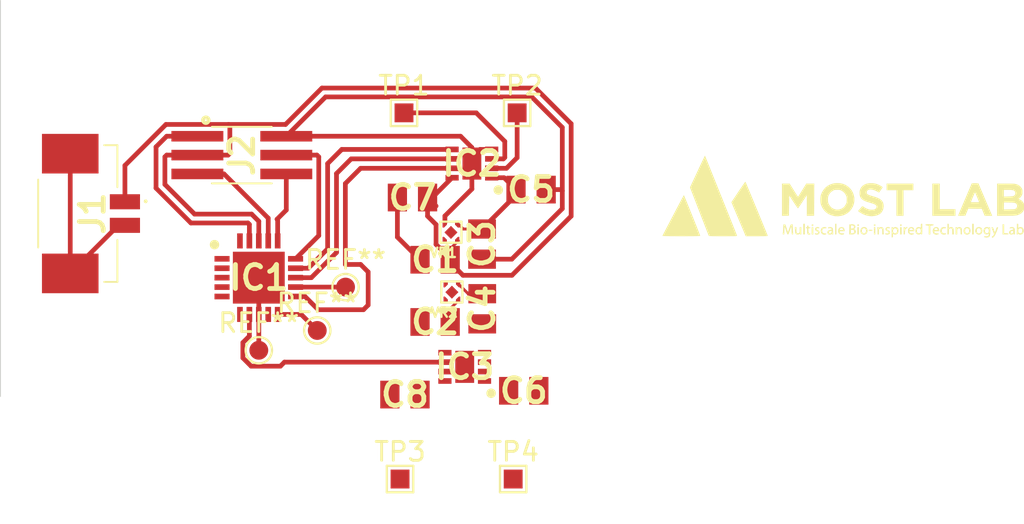
<source format=kicad_pcb>
(kicad_pcb (version 20171130) (host pcbnew "(5.1.6)-1")

  (general
    (thickness 1.6)
    (drawings 2)
    (tracks 137)
    (zones 0)
    (modules 23)
    (nets 29)
  )

  (page A4)
  (layers
    (0 F.Cu signal)
    (31 B.Cu signal)
    (32 B.Adhes user)
    (33 F.Adhes user)
    (34 B.Paste user)
    (35 F.Paste user)
    (36 B.SilkS user)
    (37 F.SilkS user)
    (38 B.Mask user)
    (39 F.Mask user)
    (40 Dwgs.User user)
    (41 Cmts.User user)
    (42 Eco1.User user)
    (43 Eco2.User user)
    (44 Edge.Cuts user)
    (45 Margin user)
    (46 B.CrtYd user)
    (47 F.CrtYd user)
    (48 B.Fab user)
    (49 F.Fab user)
  )

  (setup
    (last_trace_width 0.25)
    (user_trace_width 0.2)
    (user_trace_width 0.35)
    (trace_clearance 0.22)
    (zone_clearance 0.508)
    (zone_45_only no)
    (trace_min 0.2)
    (via_size 0.8)
    (via_drill 0.4)
    (via_min_size 0.4)
    (via_min_drill 0.3)
    (user_via 1 0.5)
    (uvia_size 0.3)
    (uvia_drill 0.1)
    (uvias_allowed no)
    (uvia_min_size 0.2)
    (uvia_min_drill 0.1)
    (edge_width 0.05)
    (segment_width 0.2)
    (pcb_text_width 0.3)
    (pcb_text_size 1.5 1.5)
    (mod_edge_width 0.12)
    (mod_text_size 1 1)
    (mod_text_width 0.15)
    (pad_size 1.02 1.47)
    (pad_drill 0)
    (pad_to_mask_clearance 0.05)
    (aux_axis_origin 0 0)
    (visible_elements FFFFFF7F)
    (pcbplotparams
      (layerselection 0x010fc_ffffffff)
      (usegerberextensions false)
      (usegerberattributes true)
      (usegerberadvancedattributes true)
      (creategerberjobfile true)
      (excludeedgelayer true)
      (linewidth 0.100000)
      (plotframeref false)
      (viasonmask false)
      (mode 1)
      (useauxorigin false)
      (hpglpennumber 1)
      (hpglpenspeed 20)
      (hpglpendiameter 15.000000)
      (psnegative false)
      (psa4output false)
      (plotreference true)
      (plotvalue true)
      (plotinvisibletext false)
      (padsonsilk false)
      (subtractmaskfromsilk false)
      (outputformat 1)
      (mirror false)
      (drillshape 1)
      (scaleselection 1)
      (outputdirectory ""))
  )

  (net 0 "")
  (net 1 "Net-(IC2-Pad3)")
  (net 2 "Net-(IC2-Pad2)")
  (net 3 "Net-(IC3-Pad2)")
  (net 4 "Net-(IC3-Pad3)")
  (net 5 "Net-(C3-Pad2)")
  (net 6 "Net-(C1-Pad1)")
  (net 7 "Net-(VR1-Pad3)")
  (net 8 "Net-(C1-Pad2)")
  (net 9 "Net-(VR2-Pad3)")
  (net 10 "Net-(C4-Pad2)")
  (net 11 "Net-(IC1-Pad1)")
  (net 12 "Net-(IC1-Pad2)")
  (net 13 "Net-(IC1-Pad3)")
  (net 14 "Net-(IC1-Pad4)")
  (net 15 "Net-(IC1-Pad5)")
  (net 16 "Net-(IC1-Pad6)")
  (net 17 "Net-(IC1-Pad7)")
  (net 18 "Net-(IC1-Pad9)")
  (net 19 "Net-(IC1-Pad10)")
  (net 20 "Net-(IC1-Pad11)")
  (net 21 "Net-(IC1-Pad12)")
  (net 22 "Net-(IC1-Pad13)")
  (net 23 "Net-(IC1-Pad14)")
  (net 24 "Net-(IC1-Pad15)")
  (net 25 "Net-(IC1-Pad16)")
  (net 26 "Net-(IC1-Pad17)")
  (net 27 "Net-(IC1-Pad19)")
  (net 28 "Net-(IC1-Pad20)")

  (net_class Default "This is the default net class."
    (clearance 0.22)
    (trace_width 0.25)
    (via_dia 0.8)
    (via_drill 0.4)
    (uvia_dia 0.3)
    (uvia_drill 0.1)
    (add_net "Net-(C1-Pad1)")
    (add_net "Net-(C1-Pad2)")
    (add_net "Net-(C3-Pad2)")
    (add_net "Net-(C4-Pad2)")
    (add_net "Net-(IC1-Pad1)")
    (add_net "Net-(IC1-Pad10)")
    (add_net "Net-(IC1-Pad11)")
    (add_net "Net-(IC1-Pad12)")
    (add_net "Net-(IC1-Pad13)")
    (add_net "Net-(IC1-Pad14)")
    (add_net "Net-(IC1-Pad15)")
    (add_net "Net-(IC1-Pad16)")
    (add_net "Net-(IC1-Pad17)")
    (add_net "Net-(IC1-Pad19)")
    (add_net "Net-(IC1-Pad2)")
    (add_net "Net-(IC1-Pad20)")
    (add_net "Net-(IC1-Pad3)")
    (add_net "Net-(IC1-Pad4)")
    (add_net "Net-(IC1-Pad5)")
    (add_net "Net-(IC1-Pad6)")
    (add_net "Net-(IC1-Pad7)")
    (add_net "Net-(IC1-Pad9)")
    (add_net "Net-(IC2-Pad2)")
    (add_net "Net-(IC2-Pad3)")
    (add_net "Net-(IC3-Pad2)")
    (add_net "Net-(IC3-Pad3)")
    (add_net "Net-(VR1-Pad3)")
    (add_net "Net-(VR2-Pad3)")
  )

  (module TestPoint:TestPoint_Pad_D1.0mm (layer F.Cu) (tedit 60A5D090) (tstamp 60A5DF6E)
    (at 88.7 104.55)
    (descr "SMD pad as test Point, diameter 1.0mm")
    (tags "test point SMD pad")
    (attr virtual)
    (fp_text reference REF** (at 0 -1.448) (layer F.SilkS)
      (effects (font (size 1 1) (thickness 0.15)))
    )
    (fp_text value TestPoint_Pad_D1.0mm (at 0 1.55) (layer F.Fab)
      (effects (font (size 1 1) (thickness 0.15)))
    )
    (fp_text user %R (at 0 -1.45) (layer F.Fab)
      (effects (font (size 1 1) (thickness 0.15)))
    )
    (fp_circle (center 0 0) (end 1 0) (layer F.CrtYd) (width 0.05))
    (fp_circle (center 0 0) (end 0 0.7) (layer F.SilkS) (width 0.12))
    (pad 1 smd circle (at 0 0) (size 1 1) (layers F.Cu F.Mask)
      (net 6 "Net-(C1-Pad1)"))
  )

  (module TestPoint:TestPoint_Pad_D1.0mm (layer F.Cu) (tedit 60A5D016) (tstamp 60A5DF20)
    (at 91.8 103.5)
    (descr "SMD pad as test Point, diameter 1.0mm")
    (tags "test point SMD pad")
    (attr virtual)
    (fp_text reference REF** (at 0 -1.448) (layer F.SilkS)
      (effects (font (size 1 1) (thickness 0.15)))
    )
    (fp_text value TestPoint_Pad_D1.0mm (at 0 1.55) (layer F.Fab)
      (effects (font (size 1 1) (thickness 0.15)))
    )
    (fp_text user %R (at 0 -1.45) (layer F.Fab)
      (effects (font (size 1 1) (thickness 0.15)))
    )
    (fp_circle (center 0 0) (end 1 0) (layer F.CrtYd) (width 0.05))
    (fp_circle (center 0 0) (end 0 0.7) (layer F.SilkS) (width 0.12))
    (pad 1 smd circle (at 0 0) (size 1 1) (layers F.Cu F.Mask)
      (net 19 "Net-(IC1-Pad10)"))
  )

  (module TestPoint:TestPoint_Pad_D1.0mm (layer F.Cu) (tedit 60A5CA0B) (tstamp 60A5D7CC)
    (at 93.3 101.2)
    (descr "SMD pad as test Point, diameter 1.0mm")
    (tags "test point SMD pad")
    (attr virtual)
    (fp_text reference REF** (at 0 -1.448) (layer F.SilkS)
      (effects (font (size 1 1) (thickness 0.15)))
    )
    (fp_text value TestPoint_Pad_D1.0mm (at 0 1.55) (layer F.Fab)
      (effects (font (size 1 1) (thickness 0.15)))
    )
    (fp_text user %R (at 0 -1.45) (layer F.Fab)
      (effects (font (size 1 1) (thickness 0.15)))
    )
    (fp_circle (center 0 0) (end 1 0) (layer F.CrtYd) (width 0.05))
    (fp_circle (center 0 0) (end 0 0.7) (layer F.SilkS) (width 0.12))
    (pad 1 smd circle (at 0 0) (size 1 1) (layers F.Cu F.Mask)
      (net 21 "Net-(IC1-Pad12)"))
  )

  (module "MyLib:Horizontal Comb." (layer F.Cu) (tedit 60A4FFF7) (tstamp 60A5BB9F)
    (at 119.7 96.4)
    (fp_text reference G*** (at 0.31 -1.93) (layer F.SilkS) hide
      (effects (font (size 1.524 1.524) (thickness 0.3)))
    )
    (fp_text value LOGO (at 0.39 -4.19) (layer F.SilkS) hide
      (effects (font (size 1.524 1.524) (thickness 0.3)))
    )
    (fp_poly (pts (xy 8.594725 -0.68558) (xy 8.729659 -0.685224) (xy 8.842088 -0.684104) (xy 8.934905 -0.681926)
      (xy 9.011001 -0.678393) (xy 9.073267 -0.67321) (xy 9.124594 -0.66608) (xy 9.167875 -0.656708)
      (xy 9.206 -0.644797) (xy 9.241862 -0.630053) (xy 9.269925 -0.616495) (xy 9.349381 -0.563682)
      (xy 9.417602 -0.493895) (xy 9.463893 -0.421549) (xy 9.479009 -0.38587) (xy 9.488003 -0.348968)
      (xy 9.492277 -0.302488) (xy 9.49325 -0.246753) (xy 9.492332 -0.188163) (xy 9.48838 -0.145995)
      (xy 9.479596 -0.1113) (xy 9.464182 -0.075131) (xy 9.455116 -0.05699) (xy 9.400883 0.02288)
      (xy 9.351186 0.07121) (xy 9.28539 0.124846) (xy 9.35122 0.157218) (xy 9.43308 0.205442)
      (xy 9.495149 0.261383) (xy 9.542884 0.329988) (xy 9.54401 0.332034) (xy 9.562435 0.369005)
      (xy 9.574184 0.403661) (xy 9.581124 0.444382) (xy 9.585122 0.499545) (xy 9.586049 0.5207)
      (xy 9.587411 0.584894) (xy 9.584802 0.632599) (xy 9.57723 0.672552) (xy 9.564363 0.71174)
      (xy 9.51907 0.796695) (xy 9.452125 0.868509) (xy 9.363477 0.927224) (xy 9.253073 0.972881)
      (xy 9.2329 0.979121) (xy 9.207307 0.986343) (xy 9.182095 0.992271) (xy 9.154415 0.997069)
      (xy 9.121419 1.000901) (xy 9.080256 1.003929) (xy 9.028078 1.006317) (xy 8.962036 1.008229)
      (xy 8.879281 1.009828) (xy 8.776964 1.011277) (xy 8.652235 1.01274) (xy 8.645525 1.012815)
      (xy 8.1534 1.018279) (xy 8.1534 0.687552) (xy 8.50831 0.687552) (xy 8.79123 0.683501)
      (xy 8.88549 0.681931) (xy 8.958021 0.680056) (xy 9.012491 0.677562) (xy 9.052572 0.674136)
      (xy 9.081932 0.669462) (xy 9.104243 0.663227) (xy 9.123174 0.655116) (xy 9.123274 0.655066)
      (xy 9.176407 0.616162) (xy 9.208777 0.562697) (xy 9.220138 0.495083) (xy 9.220152 0.492566)
      (xy 9.216234 0.447736) (xy 9.200816 0.413126) (xy 9.181465 0.388567) (xy 9.158772 0.365105)
      (xy 9.134613 0.346945) (xy 9.105486 0.333415) (xy 9.067893 0.323839) (xy 9.018333 0.317543)
      (xy 8.953307 0.313853) (xy 8.869314 0.312095) (xy 8.78205 0.311619) (xy 8.51535 0.31115)
      (xy 8.50831 0.687552) (xy 8.1534 0.687552) (xy 8.1534 0.001979) (xy 8.509 0.001979)
      (xy 8.747125 -0.002186) (xy 8.83272 -0.003951) (xy 8.897098 -0.006125) (xy 8.94444 -0.009148)
      (xy 8.978928 -0.013462) (xy 9.004746 -0.019507) (xy 9.026074 -0.027724) (xy 9.03605 -0.032622)
      (xy 9.086668 -0.071158) (xy 9.118364 -0.121569) (xy 9.129622 -0.178482) (xy 9.118927 -0.236529)
      (xy 9.102471 -0.267997) (xy 9.081492 -0.296247) (xy 9.058766 -0.317733) (xy 9.03061 -0.333363)
      (xy 8.993338 -0.344045) (xy 8.943267 -0.350688) (xy 8.876713 -0.354198) (xy 8.789993 -0.355485)
      (xy 8.747125 -0.355581) (xy 8.509 -0.3556) (xy 8.509 0.001979) (xy 8.1534 0.001979)
      (xy 8.1534 -0.6858) (xy 8.594725 -0.68558)) (layer F.SilkS) (width 0.01))
    (fp_poly (pts (xy 7.505609 0.117475) (xy 7.563885 0.254579) (xy 7.61958 0.385626) (xy 7.671842 0.508612)
      (xy 7.719823 0.621537) (xy 7.76267 0.722401) (xy 7.799536 0.809201) (xy 7.829569 0.879938)
      (xy 7.851919 0.932609) (xy 7.865737 0.965214) (xy 7.869752 0.974725) (xy 7.88704 1.016)
      (xy 7.497921 1.016) (xy 7.345019 0.64135) (xy 6.982668 0.637983) (xy 6.620318 0.634616)
      (xy 6.543556 0.822133) (xy 6.466795 1.00965) (xy 6.279825 1.013173) (xy 6.207528 1.014427)
      (xy 6.156953 1.014689) (xy 6.124424 1.013479) (xy 6.106269 1.010315) (xy 6.098813 1.004718)
      (xy 6.098381 0.996207) (xy 6.099927 0.989651) (xy 6.105969 0.97372) (xy 6.121161 0.936361)
      (xy 6.14469 0.879511) (xy 6.175742 0.805105) (xy 6.213504 0.71508) (xy 6.257162 0.611371)
      (xy 6.305904 0.495917) (xy 6.358916 0.370652) (xy 6.393578 0.288925) (xy 6.759916 0.288925)
      (xy 6.763095 0.29485) (xy 6.779738 0.299198) (xy 6.812519 0.302164) (xy 6.864113 0.30394)
      (xy 6.937192 0.304721) (xy 6.978772 0.3048) (xy 7.059428 0.304633) (xy 7.118025 0.303907)
      (xy 7.157902 0.302282) (xy 7.182398 0.299421) (xy 7.194854 0.294983) (xy 7.198608 0.28863)
      (xy 7.197769 0.282575) (xy 7.190552 0.261963) (xy 7.175662 0.223374) (xy 7.154851 0.171057)
      (xy 7.12987 0.109257) (xy 7.102469 0.042222) (xy 7.0744 -0.0258) (xy 7.047413 -0.090562)
      (xy 7.02326 -0.147817) (xy 7.00369 -0.193318) (xy 6.990455 -0.222818) (xy 6.985648 -0.231995)
      (xy 6.978874 -0.223286) (xy 6.96403 -0.194148) (xy 6.942484 -0.147735) (xy 6.915602 -0.087201)
      (xy 6.88475 -0.0157) (xy 6.851296 0.063615) (xy 6.816606 0.14759) (xy 6.782046 0.233071)
      (xy 6.759916 0.288925) (xy 6.393578 0.288925) (xy 6.415384 0.237512) (xy 6.460195 0.132053)
      (xy 6.81339 -0.6985) (xy 6.986072 -0.698501) (xy 7.158754 -0.698501) (xy 7.505609 0.117475)) (layer F.SilkS) (width 0.01))
    (fp_poly (pts (xy 5.1054 0.6731) (xy 5.9436 0.6731) (xy 5.9436 1.016) (xy 4.7244 1.016)
      (xy 4.7244 -0.6858) (xy 5.1054 -0.6858) (xy 5.1054 0.6731)) (layer F.SilkS) (width 0.01))
    (fp_poly (pts (xy 3.7084 -0.3429) (xy 3.1877 -0.3429) (xy 3.1877 1.016) (xy 2.8194 1.016)
      (xy 2.8194 -0.3429) (xy 2.2987 -0.3429) (xy 2.2987 -0.6858) (xy 3.7084 -0.6858)
      (xy 3.7084 -0.3429)) (layer F.SilkS) (width 0.01))
    (fp_poly (pts (xy -1.55575 1.00965) (xy -1.743075 1.013164) (xy -1.9304 1.016679) (xy -1.9304 -0.091769)
      (xy -2.163191 0.26137) (xy -2.219134 0.345827) (xy -2.270952 0.423279) (xy -2.316929 0.491218)
      (xy -2.355347 0.547139) (xy -2.384489 0.588534) (xy -2.402636 0.612897) (xy -2.407844 0.618464)
      (xy -2.417407 0.609197) (xy -2.439059 0.581071) (xy -2.471078 0.536549) (xy -2.511745 0.478091)
      (xy -2.55934 0.408157) (xy -2.612142 0.329209) (xy -2.648128 0.274701) (xy -2.87655 -0.073016)
      (xy -2.88925 1.00965) (xy -3.070225 1.013173) (xy -3.2512 1.016697) (xy -3.2512 -0.6858)
      (xy -3.051175 -0.685736) (xy -2.85115 -0.685671) (xy -2.629457 -0.329142) (xy -2.568769 -0.231779)
      (xy -2.519912 -0.154115) (xy -2.481473 -0.094176) (xy -2.452037 -0.049987) (xy -2.43019 -0.019575)
      (xy -2.414517 -0.000966) (xy -2.403606 0.007815) (xy -2.39604 0.008741) (xy -2.390683 0.004168)
      (xy -2.379914 -0.012157) (xy -2.357611 -0.047252) (xy -2.32556 -0.098259) (xy -2.285549 -0.162322)
      (xy -2.239365 -0.236583) (xy -2.188793 -0.318186) (xy -2.167876 -0.352018) (xy -1.96215 -0.684985)
      (xy -1.755685 -0.685393) (xy -1.54922 -0.6858) (xy -1.55575 1.00965)) (layer F.SilkS) (width 0.01))
    (fp_poly (pts (xy 1.591773 -0.700088) (xy 1.681042 -0.687158) (xy 1.70815 -0.680924) (xy 1.77485 -0.660115)
      (xy 1.847634 -0.631542) (xy 1.919352 -0.598559) (xy 1.982858 -0.564525) (xy 2.031002 -0.532794)
      (xy 2.040819 -0.524724) (xy 2.081389 -0.48895) (xy 1.985802 -0.352328) (xy 1.890214 -0.215705)
      (xy 1.837282 -0.248559) (xy 1.735098 -0.304633) (xy 1.634919 -0.345715) (xy 1.539574 -0.371471)
      (xy 1.451893 -0.381565) (xy 1.374706 -0.375665) (xy 1.310842 -0.353436) (xy 1.264466 -0.316155)
      (xy 1.239108 -0.268779) (xy 1.231728 -0.214259) (xy 1.243086 -0.162459) (xy 1.251409 -0.147132)
      (xy 1.281667 -0.119011) (xy 1.33625 -0.089167) (xy 1.414177 -0.058025) (xy 1.514465 -0.026013)
      (xy 1.559807 -0.01328) (xy 1.690138 0.024989) (xy 1.797904 0.063364) (xy 1.885903 0.10334)
      (xy 1.956934 0.146414) (xy 2.013793 0.194082) (xy 2.059278 0.247839) (xy 2.065828 0.257315)
      (xy 2.107562 0.341127) (xy 2.129672 0.435139) (xy 2.132947 0.534433) (xy 2.118174 0.634093)
      (xy 2.086143 0.729202) (xy 2.037642 0.814844) (xy 1.973459 0.886102) (xy 1.963683 0.894313)
      (xy 1.86882 0.955526) (xy 1.757458 0.999993) (xy 1.632805 1.026987) (xy 1.498074 1.035783)
      (xy 1.373166 1.027825) (xy 1.245411 1.002523) (xy 1.113982 0.959073) (xy 0.987329 0.900987)
      (xy 0.873902 0.831776) (xy 0.839521 0.806073) (xy 0.788392 0.765613) (xy 0.896293 0.636806)
      (xy 0.936748 0.589141) (xy 0.971442 0.549446) (xy 0.997136 0.521339) (xy 1.010593 0.508438)
      (xy 1.01157 0.508) (xy 1.024978 0.514939) (xy 1.05215 0.53292) (xy 1.079215 0.552241)
      (xy 1.165744 0.607585) (xy 1.255695 0.650503) (xy 1.346283 0.681061) (xy 1.434723 0.699326)
      (xy 1.518229 0.705365) (xy 1.594017 0.699245) (xy 1.6593 0.681033) (xy 1.711295 0.650796)
      (xy 1.747215 0.608601) (xy 1.764275 0.554514) (xy 1.7653 0.535743) (xy 1.757383 0.493609)
      (xy 1.732344 0.456251) (xy 1.688244 0.422277) (xy 1.62315 0.390292) (xy 1.535123 0.358902)
      (xy 1.508125 0.350632) (xy 1.439379 0.330133) (xy 1.362038 0.307068) (xy 1.291809 0.286121)
      (xy 1.285977 0.284381) (xy 1.162644 0.241338) (xy 1.062774 0.191961) (xy 0.984859 0.134561)
      (xy 0.92739 0.067448) (xy 0.888857 -0.011068) (xy 0.867753 -0.102677) (xy 0.862392 -0.190033)
      (xy 0.873335 -0.306832) (xy 0.906091 -0.41093) (xy 0.959965 -0.501392) (xy 1.034263 -0.577287)
      (xy 1.128287 -0.637682) (xy 1.225286 -0.676794) (xy 1.30147 -0.693725) (xy 1.393562 -0.703299)
      (xy 1.493138 -0.705444) (xy 1.591773 -0.700088)) (layer F.SilkS) (width 0.01))
    (fp_poly (pts (xy -0.203795 -0.705145) (xy -0.090022 -0.687795) (xy -0.01905 -0.668924) (xy 0.119085 -0.61099)
      (xy 0.24202 -0.533569) (xy 0.348319 -0.438523) (xy 0.436548 -0.327712) (xy 0.505271 -0.202995)
      (xy 0.553053 -0.066234) (xy 0.578459 0.08071) (xy 0.580564 0.108396) (xy 0.578862 0.243579)
      (xy 0.555907 0.37423) (xy 0.510566 0.50579) (xy 0.48698 0.557675) (xy 0.414927 0.678245)
      (xy 0.322929 0.785385) (xy 0.214081 0.876361) (xy 0.091477 0.948436) (xy 0.004249 0.984419)
      (xy -0.141495 1.022858) (xy -0.290861 1.03933) (xy -0.438091 1.033409) (xy -0.508 1.022145)
      (xy -0.658398 0.979823) (xy -0.792872 0.917751) (xy -0.91102 0.836285) (xy -1.012442 0.735782)
      (xy -1.096736 0.616595) (xy -1.1635 0.479081) (xy -1.183436 0.424353) (xy -1.196055 0.382846)
      (xy -1.20454 0.343022) (xy -1.209658 0.298138) (xy -1.212173 0.24145) (xy -1.21285 0.166215)
      (xy -1.21285 0.1651) (xy -1.212795 0.15875) (xy -0.81915 0.15875) (xy -0.818764 0.224711)
      (xy -0.816827 0.272153) (xy -0.812174 0.30795) (xy -0.803642 0.33898) (xy -0.790064 0.372119)
      (xy -0.778961 0.395981) (xy -0.718875 0.496552) (xy -0.643446 0.57692) (xy -0.560507 0.633065)
      (xy -0.455986 0.677113) (xy -0.352131 0.696531) (xy -0.24546 0.69175) (xy -0.18567 0.679312)
      (xy -0.081623 0.639866) (xy 0.00802 0.579513) (xy 0.083182 0.498318) (xy 0.143786 0.396348)
      (xy 0.14396 0.395981) (xy 0.161502 0.357335) (xy 0.173033 0.325102) (xy 0.179806 0.292085)
      (xy 0.183075 0.251087) (xy 0.184092 0.194908) (xy 0.18415 0.1651) (xy 0.183708 0.100447)
      (xy 0.181542 0.053982) (xy 0.176393 0.018495) (xy 0.167001 -0.013222) (xy 0.152106 -0.048378)
      (xy 0.1437 -0.066337) (xy 0.083495 -0.166497) (xy 0.006772 -0.249421) (xy -0.084004 -0.312535)
      (xy -0.1 -0.320786) (xy -0.138724 -0.339061) (xy -0.170768 -0.350945) (xy -0.203561 -0.357804)
      (xy -0.244529 -0.361006) (xy -0.301101 -0.361919) (xy -0.323583 -0.36195) (xy -0.387285 -0.361413)
      (xy -0.432863 -0.358965) (xy -0.467585 -0.353355) (xy -0.498717 -0.343328) (xy -0.533528 -0.327632)
      (xy -0.539474 -0.324732) (xy -0.630145 -0.266707) (xy -0.708426 -0.189268) (xy -0.769662 -0.097192)
      (xy -0.778598 -0.079258) (xy -0.795923 -0.041249) (xy -0.807455 -0.009658) (xy -0.814368 0.022406)
      (xy -0.817836 0.061835) (xy -0.819034 0.115518) (xy -0.81915 0.15875) (xy -1.212795 0.15875)
      (xy -1.212192 0.089582) (xy -1.209705 0.032699) (xy -1.204626 -0.012294) (xy -1.196188 -0.05214)
      (xy -1.183627 -0.093583) (xy -1.183436 -0.094154) (xy -1.123031 -0.23833) (xy -1.044586 -0.364719)
      (xy -0.948563 -0.472892) (xy -0.835427 -0.562416) (xy -0.705641 -0.632859) (xy -0.559668 -0.683792)
      (xy -0.546024 -0.687335) (xy -0.441356 -0.705249) (xy -0.324093 -0.711075) (xy -0.203795 -0.705145)) (layer F.SilkS) (width 0.01))
    (fp_poly (pts (xy 3.072251 1.481337) (xy 3.088534 1.501866) (xy 3.088112 1.528211) (xy 3.078817 1.542168)
      (xy 3.05674 1.559445) (xy 3.037056 1.557913) (xy 3.024663 1.550944) (xy 3.011291 1.530116)
      (xy 3.013863 1.503291) (xy 3.029534 1.481565) (xy 3.043965 1.475604) (xy 3.072251 1.481337)) (layer F.SilkS) (width 0.01))
    (fp_poly (pts (xy 1.690755 1.48531) (xy 1.701327 1.507875) (xy 1.695678 1.535016) (xy 1.68656 1.54686)
      (xy 1.666313 1.560678) (xy 1.646662 1.554426) (xy 1.63229 1.541575) (xy 1.616836 1.515634)
      (xy 1.626439 1.492509) (xy 1.640504 1.481611) (xy 1.668852 1.474247) (xy 1.690755 1.48531)) (layer F.SilkS) (width 0.01))
    (fp_poly (pts (xy 0.814455 1.48531) (xy 0.825027 1.507875) (xy 0.819378 1.535016) (xy 0.81026 1.54686)
      (xy 0.790013 1.560678) (xy 0.770362 1.554426) (xy 0.75599 1.541575) (xy 0.740536 1.515634)
      (xy 0.750139 1.492509) (xy 0.764204 1.481611) (xy 0.792552 1.474247) (xy 0.814455 1.48531)) (layer F.SilkS) (width 0.01))
    (fp_poly (pts (xy -1.614049 1.481337) (xy -1.597766 1.501866) (xy -1.598188 1.528211) (xy -1.607483 1.542168)
      (xy -1.62956 1.559445) (xy -1.649244 1.557913) (xy -1.661637 1.550944) (xy -1.675009 1.530116)
      (xy -1.672437 1.503291) (xy -1.656766 1.481565) (xy -1.642335 1.475604) (xy -1.614049 1.481337)) (layer F.SilkS) (width 0.01))
    (fp_poly (pts (xy 1.49015 1.765899) (xy 1.518724 1.768635) (xy 1.532436 1.77491) (xy 1.53655 1.786127)
      (xy 1.5367 1.7907) (xy 1.53445 1.803686) (xy 1.524192 1.811306) (xy 1.500661 1.814963)
      (xy 1.458595 1.81606) (xy 1.44145 1.8161) (xy 1.392749 1.8155) (xy 1.364175 1.812764)
      (xy 1.350463 1.806489) (xy 1.346349 1.795272) (xy 1.3462 1.7907) (xy 1.348449 1.777713)
      (xy 1.358707 1.770093) (xy 1.382238 1.766436) (xy 1.424304 1.765339) (xy 1.44145 1.7653)
      (xy 1.49015 1.765899)) (layer F.SilkS) (width 0.01))
    (fp_poly (pts (xy 8.5217 1.942111) (xy 8.632825 1.94578) (xy 8.686268 1.947985) (xy 8.719436 1.951242)
      (xy 8.737449 1.956986) (xy 8.745428 1.96665) (xy 8.748008 1.978025) (xy 8.748876 1.990034)
      (xy 8.744697 1.998096) (xy 8.731362 2.002997) (xy 8.704767 2.005524) (xy 8.660803 2.006462)
      (xy 8.598783 2.0066) (xy 8.4455 2.0066) (xy 8.4455 1.4732) (xy 8.5217 1.4732)
      (xy 8.5217 1.942111)) (layer F.SilkS) (width 0.01))
    (fp_poly (pts (xy 6.9088 2.0066) (xy 6.8326 2.0066) (xy 6.8326 1.4478) (xy 6.9088 1.4478)
      (xy 6.9088 2.0066)) (layer F.SilkS) (width 0.01))
    (fp_poly (pts (xy 6.217331 1.633986) (xy 6.244936 1.654427) (xy 6.259612 1.670164) (xy 6.269669 1.686156)
      (xy 6.276149 1.70752) (xy 6.280094 1.739374) (xy 6.282545 1.786835) (xy 6.28436 1.848102)
      (xy 6.288571 2.0066) (xy 6.256909 2.0066) (xy 6.243011 2.005814) (xy 6.233764 2.000499)
      (xy 6.228016 1.986215) (xy 6.224613 1.958522) (xy 6.222402 1.912983) (xy 6.220948 1.868196)
      (xy 6.218224 1.803778) (xy 6.214188 1.759548) (xy 6.207943 1.730295) (xy 6.198587 1.71081)
      (xy 6.192456 1.703096) (xy 6.156247 1.679922) (xy 6.114094 1.67713) (xy 6.074608 1.694282)
      (xy 6.058821 1.709862) (xy 6.046651 1.728559) (xy 6.038872 1.751234) (xy 6.034551 1.783739)
      (xy 6.032755 1.831927) (xy 6.0325 1.874962) (xy 6.0325 2.0066) (xy 5.9563 2.0066)
      (xy 5.9563 1.6256) (xy 5.98805 1.6256) (xy 6.012879 1.631488) (xy 6.0198 1.65138)
      (xy 6.021022 1.66718) (xy 6.028657 1.66881) (xy 6.048657 1.655785) (xy 6.058964 1.648205)
      (xy 6.110713 1.623289) (xy 6.165981 1.618633) (xy 6.217331 1.633986)) (layer F.SilkS) (width 0.01))
    (fp_poly (pts (xy 5.571231 1.448699) (xy 5.580556 1.454642) (xy 5.585564 1.470496) (xy 5.587597 1.501132)
      (xy 5.587997 1.551416) (xy 5.588 1.563021) (xy 5.588 1.678243) (xy 5.620346 1.652799)
      (xy 5.672367 1.624587) (xy 5.72566 1.617381) (xy 5.774704 1.630415) (xy 5.81398 1.662922)
      (xy 5.825802 1.681363) (xy 5.837693 1.71705) (xy 5.846232 1.773408) (xy 5.851731 1.8526)
      (xy 5.852201 1.863725) (xy 5.857896 2.0066) (xy 5.7785 2.0066) (xy 5.7785 1.869725)
      (xy 5.776894 1.794383) (xy 5.771116 1.740883) (xy 5.759721 1.705815) (xy 5.741264 1.685768)
      (xy 5.714302 1.677331) (xy 5.696636 1.6764) (xy 5.657096 1.683809) (xy 5.624331 1.700653)
      (xy 5.611091 1.713225) (xy 5.602187 1.728909) (xy 5.596534 1.752927) (xy 5.59305 1.790504)
      (xy 5.590648 1.846861) (xy 5.590051 1.865753) (xy 5.587988 1.927037) (xy 5.585543 1.96733)
      (xy 5.581625 1.991034) (xy 5.575143 2.002548) (xy 5.565005 2.006272) (xy 5.555126 2.0066)
      (xy 5.5245 2.0066) (xy 5.5245 1.4478) (xy 5.55625 1.4478) (xy 5.571231 1.448699)) (layer F.SilkS) (width 0.01))
    (fp_poly (pts (xy 4.772908 1.501775) (xy 4.768073 1.517635) (xy 4.755191 1.526807) (xy 4.728175 1.53165)
      (xy 4.689475 1.534131) (xy 4.6101 1.537912) (xy 4.6101 2.0066) (xy 4.5339 2.0066)
      (xy 4.5339 1.537912) (xy 4.454525 1.534131) (xy 4.410679 1.531112) (xy 4.386148 1.525775)
      (xy 4.374846 1.515759) (xy 4.371091 1.501775) (xy 4.367033 1.4732) (xy 4.776966 1.4732)
      (xy 4.772908 1.501775)) (layer F.SilkS) (width 0.01))
    (fp_poly (pts (xy 3.384766 1.621139) (xy 3.3909 1.643062) (xy 3.384481 1.666797) (xy 3.36083 1.679057)
      (xy 3.353376 1.680729) (xy 3.319972 1.693485) (xy 3.29593 1.718575) (xy 3.279779 1.759377)
      (xy 3.27005 1.81927) (xy 3.265964 1.881657) (xy 3.2634 1.938741) (xy 3.260374 1.975105)
      (xy 3.255567 1.995417) (xy 3.247662 2.004344) (xy 3.235339 2.00655) (xy 3.230672 2.0066)
      (xy 3.2004 2.0066) (xy 3.2004 1.6256) (xy 3.23215 1.6256) (xy 3.25639 1.630916)
      (xy 3.263797 1.651495) (xy 3.2639 1.656373) (xy 3.2639 1.687146) (xy 3.301023 1.650023)
      (xy 3.335712 1.622717) (xy 3.365023 1.612981) (xy 3.384766 1.621139)) (layer F.SilkS) (width 0.01))
    (fp_poly (pts (xy 3.0861 2.0066) (xy 3.0099 2.0066) (xy 3.0099 1.6256) (xy 3.0861 1.6256)
      (xy 3.0861 2.0066)) (layer F.SilkS) (width 0.01))
    (fp_poly (pts (xy 2.064431 1.633986) (xy 2.092036 1.654427) (xy 2.106712 1.670164) (xy 2.116769 1.686156)
      (xy 2.123249 1.70752) (xy 2.127194 1.739374) (xy 2.129645 1.786835) (xy 2.13146 1.848102)
      (xy 2.135671 2.0066) (xy 2.0701 2.0066) (xy 2.0701 1.878765) (xy 2.068136 1.80135)
      (xy 2.061191 1.74583) (xy 2.047684 1.708927) (xy 2.026034 1.687364) (xy 1.994663 1.677865)
      (xy 1.972596 1.676594) (xy 1.932425 1.685929) (xy 1.905921 1.709862) (xy 1.893751 1.728559)
      (xy 1.885972 1.751234) (xy 1.881651 1.783739) (xy 1.879855 1.831927) (xy 1.8796 1.874962)
      (xy 1.8796 2.0066) (xy 1.8161 2.0066) (xy 1.81596 1.863725) (xy 1.815199 1.800602)
      (xy 1.813251 1.742017) (xy 1.810437 1.695555) (xy 1.807948 1.673225) (xy 1.804226 1.642223)
      (xy 1.809622 1.628791) (xy 1.828045 1.625638) (xy 1.833488 1.6256) (xy 1.859136 1.630872)
      (xy 1.866877 1.649687) (xy 1.8669 1.65138) (xy 1.868122 1.66718) (xy 1.875757 1.66881)
      (xy 1.895757 1.655785) (xy 1.906064 1.648205) (xy 1.957813 1.623289) (xy 2.013081 1.618633)
      (xy 2.064431 1.633986)) (layer F.SilkS) (width 0.01))
    (fp_poly (pts (xy 1.6891 2.0066) (xy 1.6256 2.0066) (xy 1.6256 1.6256) (xy 1.6891 1.6256)
      (xy 1.6891 2.0066)) (layer F.SilkS) (width 0.01))
    (fp_poly (pts (xy 0.8128 2.0066) (xy 0.7493 2.0066) (xy 0.7493 1.6256) (xy 0.8128 1.6256)
      (xy 0.8128 2.0066)) (layer F.SilkS) (width 0.01))
    (fp_poly (pts (xy 0.502727 1.476236) (xy 0.528678 1.479083) (xy 0.580348 1.499289) (xy 0.616088 1.534298)
      (xy 0.63406 1.578623) (xy 0.632425 1.626778) (xy 0.609345 1.673275) (xy 0.598007 1.686038)
      (xy 0.561014 1.723031) (xy 0.597078 1.744335) (xy 0.632835 1.778887) (xy 0.65238 1.825852)
      (xy 0.654916 1.87746) (xy 0.639647 1.925937) (xy 0.618466 1.953359) (xy 0.582962 1.979528)
      (xy 0.539755 1.996054) (xy 0.482846 2.004532) (xy 0.418015 2.0066) (xy 0.316984 2.0066)
      (xy 0.320292 1.7526) (xy 0.3937 1.7526) (xy 0.3937 1.9558) (xy 0.457777 1.9558)
      (xy 0.502471 1.95275) (xy 0.532828 1.941294) (xy 0.553027 1.924627) (xy 0.57939 1.881739)
      (xy 0.582407 1.832135) (xy 0.57631 1.810318) (xy 0.554631 1.784938) (xy 0.515505 1.764944)
      (xy 0.466815 1.753804) (xy 0.44513 1.7526) (xy 0.3937 1.7526) (xy 0.320292 1.7526)
      (xy 0.32327 1.524) (xy 0.3937 1.524) (xy 0.3937 1.7018) (xy 0.43878 1.7018)
      (xy 0.481352 1.6963) (xy 0.519791 1.683219) (xy 0.556432 1.654375) (xy 0.571445 1.620554)
      (xy 0.566794 1.586183) (xy 0.544446 1.555694) (xy 0.506366 1.533514) (xy 0.454519 1.524073)
      (xy 0.449137 1.524) (xy 0.3937 1.524) (xy 0.32327 1.524) (xy 0.32385 1.47955)
      (xy 0.4064 1.475623) (xy 0.456717 1.474675) (xy 0.502727 1.476236)) (layer F.SilkS) (width 0.01))
    (fp_poly (pts (xy -0.3683 2.0066) (xy -0.4318 2.0066) (xy -0.4318 1.4478) (xy -0.3683 1.4478)
      (xy -0.3683 2.0066)) (layer F.SilkS) (width 0.01))
    (fp_poly (pts (xy -1.6002 2.0066) (xy -1.6764 2.0066) (xy -1.6764 1.6256) (xy -1.6002 1.6256)
      (xy -1.6002 2.0066)) (layer F.SilkS) (width 0.01))
    (fp_poly (pts (xy -2.0447 2.0066) (xy -2.1209 2.0066) (xy -2.1209 1.4478) (xy -2.0447 1.4478)
      (xy -2.0447 2.0066)) (layer F.SilkS) (width 0.01))
    (fp_poly (pts (xy -2.681657 1.717675) (xy -2.675925 1.810631) (xy -2.671708 1.881269) (xy -2.669167 1.932634)
      (xy -2.668463 1.96777) (xy -2.669758 1.989723) (xy -2.673211 2.001538) (xy -2.678985 2.006261)
      (xy -2.68724 2.006936) (xy -2.696941 2.0066) (xy -2.713685 2.004289) (xy -2.72382 1.993487)
      (xy -2.73018 1.96839) (xy -2.735041 1.928537) (xy -2.739685 1.872268) (xy -2.742641 1.813715)
      (xy -2.7432 1.784349) (xy -2.744657 1.733153) (xy -2.74839 1.673455) (xy -2.751516 1.638667)
      (xy -2.759832 1.559108) (xy -2.826282 1.747929) (xy -2.856214 1.832858) (xy -2.879055 1.896808)
      (xy -2.896159 1.942755) (xy -2.90888 1.973675) (xy -2.918573 1.992543) (xy -2.926592 2.002336)
      (xy -2.934291 2.00603) (xy -2.943024 2.0066) (xy -2.944 2.0066) (xy -2.953845 2.002636)
      (xy -2.964737 1.988802) (xy -2.977954 1.96218) (xy -2.994774 1.919853) (xy -3.016475 1.858903)
      (xy -3.042739 1.781205) (xy -3.11785 1.55581) (xy -3.12576 1.69548) (xy -3.129313 1.76381)
      (xy -3.132403 1.833354) (xy -3.134594 1.893833) (xy -3.135285 1.920875) (xy -3.136549 1.966262)
      (xy -3.139863 1.991898) (xy -3.147738 2.003423) (xy -3.162686 2.006482) (xy -3.17344 2.0066)
      (xy -3.196167 2.004956) (xy -3.205864 1.995339) (xy -3.206669 1.970717) (xy -3.205211 1.952625)
      (xy -3.201083 1.902794) (xy -3.196318 1.840367) (xy -3.191285 1.77079) (xy -3.186352 1.699506)
      (xy -3.181888 1.631961) (xy -3.178263 1.5736) (xy -3.175844 1.529867) (xy -3.175 1.50664)
      (xy -3.172778 1.483885) (xy -3.161161 1.475032) (xy -3.132725 1.475205) (xy -3.127742 1.475608)
      (xy -3.080483 1.47955) (xy -2.937031 1.904558) (xy -2.870209 1.711104) (xy -2.842172 1.630055)
      (xy -2.820828 1.56987) (xy -2.804461 1.527448) (xy -2.791353 1.499687) (xy -2.779788 1.483483)
      (xy -2.768046 1.475735) (xy -2.754413 1.473341) (xy -2.738515 1.4732) (xy -2.696623 1.4732)
      (xy -2.681657 1.717675)) (layer F.SilkS) (width 0.01))
    (fp_poly (pts (xy 9.254165 1.448684) (xy 9.263478 1.454563) (xy 9.268508 1.470279) (xy 9.270574 1.500674)
      (xy 9.270996 1.550588) (xy 9.271 1.564313) (xy 9.271 1.680827) (xy 9.301501 1.652172)
      (xy 9.347133 1.625432) (xy 9.402331 1.616934) (xy 9.458073 1.627608) (xy 9.473122 1.634459)
      (xy 9.517562 1.671192) (xy 9.547167 1.722798) (xy 9.561709 1.78337) (xy 9.56096 1.847001)
      (xy 9.544692 1.907785) (xy 9.512678 1.959815) (xy 9.486602 1.983803) (xy 9.439963 2.00596)
      (xy 9.386163 2.014226) (xy 9.337538 2.006821) (xy 9.334761 2.005717) (xy 9.301217 1.987462)
      (xy 9.280786 1.972213) (xy 9.264017 1.959269) (xy 9.258689 1.966372) (xy 9.2583 1.979231)
      (xy 9.25213 2.000046) (xy 9.229287 2.006531) (xy 9.224888 2.0066) (xy 9.203469 2.004601)
      (xy 9.19584 1.993745) (xy 9.198091 1.966741) (xy 9.199348 1.958975) (xy 9.20191 1.930927)
      (xy 9.204139 1.882626) (xy 9.205888 1.819218) (xy 9.205935 1.8161) (xy 9.271 1.8161)
      (xy 9.272712 1.862801) (xy 9.279554 1.893139) (xy 9.294084 1.916017) (xy 9.302172 1.924627)
      (xy 9.343741 1.949727) (xy 9.392731 1.95518) (xy 9.439556 1.940206) (xy 9.445609 1.936285)
      (xy 9.469619 1.907075) (xy 9.48729 1.862914) (xy 9.495556 1.814038) (xy 9.493147 1.777533)
      (xy 9.471613 1.723225) (xy 9.435995 1.689132) (xy 9.387593 1.676454) (xy 9.3838 1.6764)
      (xy 9.332098 1.68473) (xy 9.296834 1.71067) (xy 9.276859 1.755639) (xy 9.271 1.8161)
      (xy 9.205935 1.8161) (xy 9.20701 1.74585) (xy 9.20736 1.679575) (xy 9.2075 1.4478)
      (xy 9.23925 1.4478) (xy 9.254165 1.448684)) (layer F.SilkS) (width 0.01))
    (fp_poly (pts (xy 9.001031 1.627081) (xy 9.039169 1.645086) (xy 9.062442 1.670874) (xy 9.078727 1.712316)
      (xy 9.088662 1.772216) (xy 9.092881 1.853381) (xy 9.093129 1.882775) (xy 9.092955 1.939543)
      (xy 9.091556 1.975608) (xy 9.087729 1.995666) (xy 9.080272 2.004413) (xy 9.067985 2.006546)
      (xy 9.06145 2.0066) (xy 9.035914 1.999975) (xy 9.0297 1.98755) (xy 9.024281 1.970339)
      (xy 9.007277 1.974806) (xy 8.9926 1.986475) (xy 8.959636 2.003555) (xy 8.915103 2.012564)
      (xy 8.872089 2.011517) (xy 8.856433 2.00712) (xy 8.828245 1.987917) (xy 8.808808 1.966586)
      (xy 8.790274 1.921711) (xy 8.792158 1.898739) (xy 8.8646 1.898739) (xy 8.87373 1.939445)
      (xy 8.898047 1.962554) (xy 8.93294 1.966384) (xy 8.973797 1.949248) (xy 8.983537 1.942178)
      (xy 9.007636 1.915781) (xy 9.016515 1.881261) (xy 9.017 1.865978) (xy 9.015652 1.833849)
      (xy 9.006867 1.819721) (xy 8.983529 1.816197) (xy 8.969025 1.8161) (xy 8.915284 1.82435)
      (xy 8.880291 1.848516) (xy 8.865155 1.887719) (xy 8.8646 1.898739) (xy 8.792158 1.898739)
      (xy 8.793957 1.876823) (xy 8.816912 1.835343) (xy 8.85619 1.800695) (xy 8.908843 1.776301)
      (xy 8.971924 1.765586) (xy 8.982075 1.76537) (xy 9.007837 1.761086) (xy 9.016562 1.743801)
      (xy 9.017 1.733842) (xy 9.00619 1.69944) (xy 8.97688 1.676842) (xy 8.933744 1.66746)
      (xy 8.881457 1.672705) (xy 8.848725 1.683028) (xy 8.831184 1.684155) (xy 8.8265 1.665548)
      (xy 8.837725 1.642549) (xy 8.867157 1.62659) (xy 8.90843 1.618284) (xy 8.955177 1.618244)
      (xy 9.001031 1.627081)) (layer F.SilkS) (width 0.01))
    (fp_poly (pts (xy 7.258212 1.631094) (xy 7.271713 1.636967) (xy 7.320084 1.670803) (xy 7.350907 1.721133)
      (xy 7.364924 1.789395) (xy 7.366 1.819316) (xy 7.355569 1.888842) (xy 7.326813 1.945464)
      (xy 7.283532 1.986718) (xy 7.229528 2.010144) (xy 7.168604 2.013277) (xy 7.10456 1.993655)
      (xy 7.100239 1.99146) (xy 7.045812 1.950237) (xy 7.011534 1.895745) (xy 6.998351 1.831339)
      (xy 7.000771 1.811948) (xy 7.074182 1.811948) (xy 7.079988 1.872711) (xy 7.098783 1.91606)
      (xy 7.133449 1.947882) (xy 7.14375 1.954066) (xy 7.180304 1.962276) (xy 7.222037 1.95494)
      (xy 7.249291 1.939828) (xy 7.282799 1.896801) (xy 7.299038 1.842737) (xy 7.297897 1.785327)
      (xy 7.279265 1.732261) (xy 7.252748 1.699036) (xy 7.208355 1.670379) (xy 7.166249 1.666823)
      (xy 7.124701 1.688392) (xy 7.111023 1.700823) (xy 7.089399 1.725753) (xy 7.078298 1.751195)
      (xy 7.074431 1.787066) (xy 7.074182 1.811948) (xy 7.000771 1.811948) (xy 7.007209 1.760376)
      (xy 7.02295 1.717246) (xy 7.049064 1.674446) (xy 7.086032 1.64604) (xy 7.102046 1.63815)
      (xy 7.157785 1.618307) (xy 7.206181 1.615981) (xy 7.258212 1.631094)) (layer F.SilkS) (width 0.01))
    (fp_poly (pts (xy 6.637859 1.633392) (xy 6.646508 1.637359) (xy 6.695965 1.671123) (xy 6.727119 1.717431)
      (xy 6.741875 1.779848) (xy 6.7437 1.819316) (xy 6.733333 1.891517) (xy 6.703168 1.948595)
      (xy 6.654607 1.988941) (xy 6.589052 2.010945) (xy 6.575092 2.012885) (xy 6.537819 2.014056)
      (xy 6.50875 2.01055) (xy 6.454891 1.983542) (xy 6.411834 1.938065) (xy 6.383941 1.880221)
      (xy 6.3754 1.823962) (xy 6.377126 1.811948) (xy 6.451882 1.811948) (xy 6.457688 1.872711)
      (xy 6.476483 1.91606) (xy 6.511149 1.947882) (xy 6.52145 1.954066) (xy 6.558004 1.962276)
      (xy 6.599737 1.95494) (xy 6.626991 1.939828) (xy 6.660499 1.896801) (xy 6.676738 1.842737)
      (xy 6.675597 1.785327) (xy 6.656965 1.732261) (xy 6.630448 1.699036) (xy 6.586055 1.670379)
      (xy 6.543949 1.666823) (xy 6.502401 1.688392) (xy 6.488723 1.700823) (xy 6.467099 1.725753)
      (xy 6.455998 1.751195) (xy 6.452131 1.787066) (xy 6.451882 1.811948) (xy 6.377126 1.811948)
      (xy 6.385698 1.752296) (xy 6.414187 1.693279) (xy 6.457257 1.649396) (xy 6.511299 1.62313)
      (xy 6.572703 1.616967) (xy 6.637859 1.633392)) (layer F.SilkS) (width 0.01))
    (fp_poly (pts (xy 5.3868 1.619587) (xy 5.386951 1.619613) (xy 5.419441 1.627441) (xy 5.432584 1.639061)
      (xy 5.433146 1.654751) (xy 5.428222 1.669961) (xy 5.414933 1.677398) (xy 5.386843 1.679085)
      (xy 5.35876 1.67811) (xy 5.315345 1.67777) (xy 5.287227 1.683773) (xy 5.264542 1.698982)
      (xy 5.25479 1.708272) (xy 5.22076 1.758502) (xy 5.209133 1.814802) (xy 5.219897 1.871302)
      (xy 5.253038 1.922131) (xy 5.255294 1.92443) (xy 5.277579 1.94382) (xy 5.300157 1.953109)
      (xy 5.332462 1.954822) (xy 5.362438 1.953121) (xy 5.404032 1.951113) (xy 5.426192 1.953681)
      (xy 5.434676 1.962164) (xy 5.4356 1.970115) (xy 5.42974 1.993056) (xy 5.423953 1.999599)
      (xy 5.39719 2.007825) (xy 5.356014 2.012447) (xy 5.31122 2.012967) (xy 5.273603 2.008885)
      (xy 5.26596 2.006893) (xy 5.209275 1.976542) (xy 5.169019 1.928221) (xy 5.147083 1.864788)
      (xy 5.1435 1.821825) (xy 5.151364 1.759418) (xy 5.172708 1.703635) (xy 5.204157 1.662634)
      (xy 5.21183 1.656595) (xy 5.263814 1.631754) (xy 5.326507 1.618495) (xy 5.3868 1.619587)) (layer F.SilkS) (width 0.01))
    (fp_poly (pts (xy 4.959063 1.619948) (xy 5.011366 1.643119) (xy 5.050143 1.686221) (xy 5.073092 1.74733)
      (xy 5.076698 1.770199) (xy 5.083303 1.8288) (xy 4.948301 1.8288) (xy 4.888527 1.829002)
      (xy 4.849657 1.830272) (xy 4.827193 1.833607) (xy 4.816638 1.840002) (xy 4.813497 1.850453)
      (xy 4.8133 1.858695) (xy 4.821706 1.887923) (xy 4.842246 1.919692) (xy 4.845248 1.923063)
      (xy 4.864704 1.941568) (xy 4.884914 1.951548) (xy 4.913933 1.955155) (xy 4.959814 1.954538)
      (xy 4.962723 1.954434) (xy 5.009715 1.953801) (xy 5.036821 1.956859) (xy 5.049416 1.964652)
      (xy 5.0522 1.971805) (xy 5.044475 1.990135) (xy 5.017846 2.004438) (xy 4.978657 2.013436)
      (xy 4.933254 2.015851) (xy 4.887984 2.010406) (xy 4.876058 2.007257) (xy 4.816831 1.982485)
      (xy 4.780064 1.950395) (xy 4.773504 1.939932) (xy 4.749334 1.873601) (xy 4.744482 1.806337)
      (xy 4.754253 1.757443) (xy 4.813371 1.757443) (xy 4.824827 1.770294) (xy 4.857528 1.776414)
      (xy 4.913479 1.777999) (xy 4.9149 1.778) (xy 4.968338 1.776412) (xy 5.003314 1.771941)
      (xy 5.016474 1.765029) (xy 5.0165 1.764669) (xy 5.009024 1.737417) (xy 4.991236 1.705248)
      (xy 4.970092 1.679382) (xy 4.958781 1.671589) (xy 4.910874 1.664059) (xy 4.868809 1.681067)
      (xy 4.846178 1.702774) (xy 4.821157 1.735668) (xy 4.813371 1.757443) (xy 4.754253 1.757443)
      (xy 4.757181 1.742794) (xy 4.785664 1.687629) (xy 4.828162 1.645494) (xy 4.882908 1.621046)
      (xy 4.895533 1.618633) (xy 4.959063 1.619948)) (layer F.SilkS) (width 0.01))
    (fp_poly (pts (xy 4.1783 1.7272) (xy 4.178231 1.818208) (xy 4.177826 1.886942) (xy 4.176788 1.936527)
      (xy 4.17482 1.970088) (xy 4.171623 1.99075) (xy 4.166901 2.00164) (xy 4.160356 2.005881)
      (xy 4.151711 2.0066) (xy 4.126529 1.995957) (xy 4.118636 1.981799) (xy 4.113016 1.96572)
      (xy 4.103371 1.964847) (xy 4.081939 1.979144) (xy 4.07855 1.981625) (xy 4.022912 2.009344)
      (xy 3.966654 2.011981) (xy 3.925202 1.997573) (xy 3.871968 1.957855) (xy 3.839019 1.903904)
      (xy 3.825803 1.843926) (xy 3.82755 1.791065) (xy 3.89674 1.791065) (xy 3.897157 1.846509)
      (xy 3.910786 1.896696) (xy 3.937557 1.933394) (xy 3.93778 1.933575) (xy 3.977239 1.951943)
      (xy 4.022896 1.954197) (xy 4.063807 1.940562) (xy 4.076376 1.930723) (xy 4.098867 1.89913)
      (xy 4.109693 1.872817) (xy 4.11466 1.824758) (xy 4.109428 1.772387) (xy 4.095815 1.725856)
      (xy 4.078381 1.697837) (xy 4.040662 1.676185) (xy 3.995135 1.671824) (xy 3.952393 1.68479)
      (xy 3.935812 1.697342) (xy 3.909602 1.738599) (xy 3.89674 1.791065) (xy 3.82755 1.791065)
      (xy 3.828193 1.771636) (xy 3.848045 1.71007) (xy 3.882256 1.661947) (xy 3.927723 1.629984)
      (xy 3.981344 1.616902) (xy 4.040015 1.625417) (xy 4.063873 1.635316) (xy 4.1148 1.660513)
      (xy 4.1148 1.554156) (xy 4.115102 1.50235) (xy 4.117017 1.470877) (xy 4.122058 1.454672)
      (xy 4.131737 1.448668) (xy 4.14655 1.4478) (xy 4.1783 1.4478) (xy 4.1783 1.7272)) (layer F.SilkS) (width 0.01))
    (fp_poly (pts (xy 3.649991 1.622061) (xy 3.679929 1.633764) (xy 3.70982 1.659258) (xy 3.709906 1.659345)
      (xy 3.737478 1.693508) (xy 3.75167 1.73218) (xy 3.756216 1.76412) (xy 3.762431 1.8288)
      (xy 3.627465 1.8288) (xy 3.567474 1.82914) (xy 3.528433 1.830697) (xy 3.505897 1.834275)
      (xy 3.495418 1.84068) (xy 3.492551 1.850715) (xy 3.4925 1.853225) (xy 3.500344 1.878113)
      (xy 3.519843 1.909676) (xy 3.526478 1.918032) (xy 3.54578 1.939332) (xy 3.563682 1.950977)
      (xy 3.588094 1.955294) (xy 3.626924 1.954607) (xy 3.647128 1.953517) (xy 3.693319 1.951679)
      (xy 3.71959 1.953421) (xy 3.731294 1.9598) (xy 3.7338 1.970662) (xy 3.72133 1.990882)
      (xy 3.686175 2.005932) (xy 3.633277 2.016658) (xy 3.586786 2.014771) (xy 3.549172 2.00579)
      (xy 3.514985 1.989055) (xy 3.479764 1.96204) (xy 3.47356 1.955915) (xy 3.451788 1.929143)
      (xy 3.439576 1.900168) (xy 3.433509 1.859296) (xy 3.432076 1.838104) (xy 3.436743 1.759965)
      (xy 3.437468 1.757973) (xy 3.4925 1.757973) (xy 3.496632 1.768159) (xy 3.512168 1.774274)
      (xy 3.543815 1.777244) (xy 3.5941 1.778) (xy 3.644677 1.777491) (xy 3.674984 1.77509)
      (xy 3.690146 1.769489) (xy 3.695286 1.759376) (xy 3.6957 1.752022) (xy 3.684863 1.720348)
      (xy 3.658059 1.689975) (xy 3.623847 1.668808) (xy 3.60005 1.6637) (xy 3.569729 1.672784)
      (xy 3.536388 1.695279) (xy 3.508169 1.724049) (xy 3.493212 1.751959) (xy 3.4925 1.757973)
      (xy 3.437468 1.757973) (xy 3.459501 1.697473) (xy 3.499077 1.652217) (xy 3.5542 1.625782)
      (xy 3.607487 1.61925) (xy 3.649991 1.622061)) (layer F.SilkS) (width 0.01))
    (fp_poly (pts (xy 2.412012 1.617874) (xy 2.44139 1.629023) (xy 2.455781 1.648282) (xy 2.455244 1.661924)
      (xy 2.447295 1.678349) (xy 2.430616 1.679779) (xy 2.411576 1.674) (xy 2.367305 1.666567)
      (xy 2.330107 1.674699) (xy 2.30713 1.696535) (xy 2.305076 1.701715) (xy 2.301355 1.724605)
      (xy 2.309692 1.74319) (xy 2.334019 1.762121) (xy 2.374914 1.784357) (xy 2.430458 1.819603)
      (xy 2.465057 1.857579) (xy 2.4765 1.894528) (xy 2.467246 1.935737) (xy 2.444291 1.974126)
      (xy 2.42535 1.99117) (xy 2.383904 2.006646) (xy 2.330777 2.013034) (xy 2.278408 2.009221)
      (xy 2.263775 2.005645) (xy 2.233092 1.993763) (xy 2.223894 1.980245) (xy 2.232554 1.959633)
      (xy 2.232868 1.959137) (xy 2.248272 1.949887) (xy 2.278411 1.953719) (xy 2.285572 1.955677)
      (xy 2.336966 1.962427) (xy 2.377778 1.951985) (xy 2.401081 1.928939) (xy 2.406526 1.896208)
      (xy 2.387621 1.86613) (xy 2.34539 1.840197) (xy 2.338111 1.837156) (xy 2.282331 1.806229)
      (xy 2.24783 1.768117) (xy 2.235735 1.72555) (xy 2.247174 1.681254) (xy 2.263794 1.657272)
      (xy 2.29354 1.634534) (xy 2.332129 1.620485) (xy 2.373606 1.61498) (xy 2.412012 1.617874)) (layer F.SilkS) (width 0.01))
    (fp_poly (pts (xy 1.126668 1.61723) (xy 1.187581 1.63707) (xy 1.232593 1.675645) (xy 1.258085 1.718665)
      (xy 1.279477 1.789678) (xy 1.276513 1.857688) (xy 1.257569 1.910792) (xy 1.218847 1.964128)
      (xy 1.166229 1.999234) (xy 1.105242 2.014245) (xy 1.041415 2.007298) (xy 1.009236 1.99454)
      (xy 0.957486 1.956495) (xy 0.924438 1.907567) (xy 0.908778 1.851979) (xy 0.908988 1.822585)
      (xy 0.9779 1.822585) (xy 0.9779 1.823089) (xy 0.981028 1.8642) (xy 0.994086 1.894428)
      (xy 1.02108 1.92532) (xy 1.056053 1.955643) (xy 1.08546 1.966953) (xy 1.117714 1.96144)
      (xy 1.133953 1.954717) (xy 1.170887 1.924983) (xy 1.195349 1.879308) (xy 1.205952 1.824601)
      (xy 1.201308 1.767776) (xy 1.181446 1.718015) (xy 1.146494 1.680649) (xy 1.102646 1.666875)
      (xy 1.053254 1.67675) (xy 1.011999 1.706979) (xy 0.986616 1.756105) (xy 0.9779 1.822585)
      (xy 0.908988 1.822585) (xy 0.909193 1.793951) (xy 0.924367 1.737705) (xy 0.952988 1.687464)
      (xy 0.993741 1.647448) (xy 1.045312 1.62188) (xy 1.106388 1.61498) (xy 1.126668 1.61723)) (layer F.SilkS) (width 0.01))
    (fp_poly (pts (xy -0.057745 1.619945) (xy -0.005275 1.642992) (xy 0.033571 1.68601) (xy 0.056558 1.747137)
      (xy 0.060198 1.770199) (xy 0.066803 1.8288) (xy -0.068199 1.8288) (xy -0.127973 1.829002)
      (xy -0.166843 1.830272) (xy -0.189307 1.833607) (xy -0.199862 1.840002) (xy -0.203003 1.850453)
      (xy -0.2032 1.858695) (xy -0.194794 1.887923) (xy -0.174254 1.919692) (xy -0.171252 1.923063)
      (xy -0.151796 1.941568) (xy -0.131586 1.951548) (xy -0.102567 1.955155) (xy -0.056686 1.954538)
      (xy -0.053777 1.954434) (xy -0.006785 1.953801) (xy 0.020321 1.956859) (xy 0.032916 1.964652)
      (xy 0.0357 1.971805) (xy 0.027975 1.990135) (xy 0.001346 2.004438) (xy -0.037843 2.013436)
      (xy -0.083246 2.015851) (xy -0.128516 2.010406) (xy -0.140442 2.007257) (xy -0.196413 1.984278)
      (xy -0.232584 1.953892) (xy -0.245705 1.933198) (xy -0.268919 1.864989) (xy -0.272461 1.797172)
      (xy -0.261432 1.748837) (xy -0.200022 1.748837) (xy -0.199366 1.764974) (xy -0.183029 1.773767)
      (xy -0.147579 1.777381) (xy -0.1016 1.778) (xy -0.048162 1.776412) (xy -0.013186 1.771941)
      (xy -0.000026 1.765029) (xy 0 1.764669) (xy -0.007476 1.737417) (xy -0.025264 1.705248)
      (xy -0.046408 1.679382) (xy -0.057719 1.671589) (xy -0.107899 1.663958) (xy -0.151832 1.680244)
      (xy -0.186184 1.719128) (xy -0.188426 1.72319) (xy -0.200022 1.748837) (xy -0.261432 1.748837)
      (xy -0.258097 1.734223) (xy -0.227592 1.680614) (xy -0.182711 1.640818) (xy -0.12522 1.619311)
      (xy -0.121607 1.618729) (xy -0.057745 1.619945)) (layer F.SilkS) (width 0.01))
    (fp_poly (pts (xy -0.630183 1.627629) (xy -0.584883 1.657208) (xy -0.571312 1.672167) (xy -0.561989 1.688417)
      (xy -0.555941 1.711022) (xy -0.552196 1.745046) (xy -0.549782 1.795554) (xy -0.54824 1.848102)
      (xy -0.544029 2.0066) (xy -0.576815 2.0066) (xy -0.602394 2.00061) (xy -0.6096 1.988919)
      (xy -0.614283 1.979887) (xy -0.631603 1.983461) (xy -0.656736 1.995269) (xy -0.698307 2.013355)
      (xy -0.731333 2.017141) (xy -0.767871 2.007186) (xy -0.782519 2.001083) (xy -0.819388 1.972752)
      (xy -0.839785 1.931681) (xy -0.841271 1.907662) (xy -0.774057 1.907662) (xy -0.755002 1.94379)
      (xy -0.753682 1.945274) (xy -0.728801 1.964627) (xy -0.700294 1.965894) (xy -0.668749 1.954399)
      (xy -0.634948 1.926115) (xy -0.614092 1.882033) (xy -0.6096 1.847252) (xy -0.612945 1.826305)
      (xy -0.627911 1.817628) (xy -0.654885 1.8161) (xy -0.708342 1.823667) (xy -0.747904 1.84391)
      (xy -0.77075 1.873138) (xy -0.774057 1.907662) (xy -0.841271 1.907662) (xy -0.842655 1.885315)
      (xy -0.826945 1.841101) (xy -0.808337 1.818862) (xy -0.761201 1.789512) (xy -0.700973 1.770473)
      (xy -0.6513 1.7653) (xy -0.622581 1.76345) (xy -0.61316 1.754635) (xy -0.616198 1.736725)
      (xy -0.63906 1.696195) (xy -0.675668 1.671809) (xy -0.717105 1.667946) (xy -0.753724 1.674041)
      (xy -0.780564 1.678542) (xy -0.803546 1.67323) (xy -0.809935 1.661228) (xy -0.805729 1.64503)
      (xy -0.78258 1.632018) (xy -0.76008 1.625082) (xy -0.690478 1.615995) (xy -0.630183 1.627629)) (layer F.SilkS) (width 0.01))
    (fp_poly (pts (xy -0.9505 1.619587) (xy -0.950349 1.619613) (xy -0.917872 1.627427) (xy -0.904724 1.639032)
      (xy -0.904154 1.654884) (xy -0.909179 1.670406) (xy -0.922738 1.677763) (xy -0.951415 1.679095)
      (xy -0.975458 1.678066) (xy -1.036379 1.681212) (xy -1.079286 1.699799) (xy -1.107868 1.736065)
      (xy -1.119086 1.765248) (xy -1.127889 1.812668) (xy -1.121657 1.858036) (xy -1.119521 1.865498)
      (xy -1.09593 1.913693) (xy -1.058368 1.942754) (xy -1.004264 1.954243) (xy -0.97381 1.954095)
      (xy -0.934987 1.953196) (xy -0.915263 1.95714) (xy -0.908501 1.967866) (xy -0.90805 1.974855)
      (xy -0.919389 1.996385) (xy -0.949421 2.010711) (xy -0.992174 2.016685) (xy -1.041675 2.013157)
      (xy -1.07134 2.006241) (xy -1.127254 1.977151) (xy -1.167418 1.929761) (xy -1.189778 1.867165)
      (xy -1.1938 1.821825) (xy -1.185936 1.759418) (xy -1.164592 1.703635) (xy -1.133143 1.662634)
      (xy -1.12547 1.656595) (xy -1.073486 1.631754) (xy -1.010793 1.618495) (xy -0.9505 1.619587)) (layer F.SilkS) (width 0.01))
    (fp_poly (pts (xy -1.327712 1.619933) (xy -1.296845 1.631408) (xy -1.282888 1.647995) (xy -1.2827 1.650296)
      (xy -1.2882 1.676015) (xy -1.306678 1.681122) (xy -1.327481 1.673938) (xy -1.36576 1.666089)
      (xy -1.401591 1.673991) (xy -1.425714 1.695043) (xy -1.428953 1.702438) (xy -1.429443 1.731325)
      (xy -1.409612 1.757229) (xy -1.367249 1.782701) (xy -1.354048 1.788783) (xy -1.304436 1.816295)
      (xy -1.276207 1.847496) (xy -1.265378 1.887365) (xy -1.26492 1.900183) (xy -1.276234 1.94648)
      (xy -1.307021 1.982637) (xy -1.352557 2.006223) (xy -1.408114 2.014809) (xy -1.468964 2.005963)
      (xy -1.470025 2.005645) (xy -1.500713 1.993757) (xy -1.509917 1.98024) (xy -1.501265 1.959666)
      (xy -1.501018 1.959277) (xy -1.48619 1.950251) (xy -1.456846 1.953383) (xy -1.445451 1.956315)
      (xy -1.394122 1.963056) (xy -1.35691 1.952376) (xy -1.336539 1.925534) (xy -1.3335 1.9046)
      (xy -1.336509 1.879533) (xy -1.349602 1.862111) (xy -1.378878 1.845537) (xy -1.391716 1.83972)
      (xy -1.431479 1.819407) (xy -1.464609 1.79787) (xy -1.474266 1.789634) (xy -1.494649 1.75347)
      (xy -1.495607 1.711451) (xy -1.479708 1.670433) (xy -1.449515 1.637275) (xy -1.41061 1.619449)
      (xy -1.368098 1.615352) (xy -1.327712 1.619933)) (layer F.SilkS) (width 0.01))
    (fp_poly (pts (xy -1.854995 1.558414) (xy -1.8542 1.579791) (xy -1.85274 1.609117) (xy -1.843474 1.622149)
      (xy -1.819076 1.625494) (xy -1.8034 1.6256) (xy -1.770165 1.62773) (xy -1.755477 1.636339)
      (xy -1.7526 1.651) (xy -1.756861 1.667617) (xy -1.774079 1.674961) (xy -1.8034 1.6764)
      (xy -1.8542 1.6764) (xy -1.8542 1.783523) (xy -1.852485 1.854765) (xy -1.846505 1.9042)
      (xy -1.835007 1.935242) (xy -1.81674 1.951303) (xy -1.791015 1.9558) (xy -1.762718 1.959925)
      (xy -1.752879 1.974787) (xy -1.7526 1.979841) (xy -1.763135 2.004601) (xy -1.791156 2.017018)
      (xy -1.831293 2.015825) (xy -1.86391 2.006135) (xy -1.886365 1.991309) (xy -1.901981 1.965402)
      (xy -1.911743 1.924691) (xy -1.916634 1.865456) (xy -1.9177 1.802573) (xy -1.917897 1.745163)
      (xy -1.919267 1.708501) (xy -1.922981 1.687934) (xy -1.930211 1.67881) (xy -1.942126 1.676475)
      (xy -1.94945 1.6764) (xy -1.974348 1.670446) (xy -1.9812 1.651) (xy -1.973759 1.631082)
      (xy -1.94945 1.6256) (xy -1.92676 1.621499) (xy -1.918459 1.604068) (xy -1.9177 1.5875)
      (xy -1.914321 1.560744) (xy -1.90618 1.549402) (xy -1.906039 1.5494) (xy -1.884756 1.54521)
      (xy -1.874289 1.541691) (xy -1.860739 1.541524) (xy -1.854995 1.558414)) (layer F.SilkS) (width 0.01))
    (fp_poly (pts (xy -2.4892 1.7653) (xy -2.488685 1.828222) (xy -2.486599 1.871023) (xy -2.48213 1.898972)
      (xy -2.47447 1.917335) (xy -2.4638 1.9304) (xy -2.426046 1.952138) (xy -2.383437 1.952467)
      (xy -2.344356 1.931655) (xy -2.339014 1.926406) (xy -2.326583 1.910737) (xy -2.318536 1.891815)
      (xy -2.313944 1.864078) (xy -2.311875 1.821967) (xy -2.3114 1.761306) (xy -2.3114 1.6256)
      (xy -2.2352 1.6256) (xy -2.2352 2.0066) (xy -2.26695 2.0066) (xy -2.29178 2.000711)
      (xy -2.2987 1.980819) (xy -2.2987 1.955039) (xy -2.333625 1.980646) (xy -2.388892 2.007943)
      (xy -2.446064 2.012461) (xy -2.483158 2.002066) (xy -2.51153 1.984311) (xy -2.532239 1.957717)
      (xy -2.546622 1.918348) (xy -2.556015 1.862272) (xy -2.561755 1.785554) (xy -2.562536 1.768475)
      (xy -2.568597 1.6256) (xy -2.4892 1.6256) (xy -2.4892 1.7653)) (layer F.SilkS) (width 0.01))
    (fp_poly (pts (xy -5.188805 -0.766251) (xy -5.173671 -0.731387) (xy -5.150346 -0.676547) (xy -5.119553 -0.603483)
      (xy -5.082015 -0.513944) (xy -5.038456 -0.40968) (xy -4.989598 -0.292443) (xy -4.936165 -0.163982)
      (xy -4.87888 -0.026049) (xy -4.818465 0.119608) (xy -4.755644 0.271236) (xy -4.691141 0.427087)
      (xy -4.625678 0.585409) (xy -4.559978 0.744452) (xy -4.494765 0.902467) (xy -4.430761 1.057701)
      (xy -4.36869 1.208406) (xy -4.309275 1.35283) (xy -4.253239 1.489224) (xy -4.201306 1.615837)
      (xy -4.154198 1.730918) (xy -4.112638 1.832717) (xy -4.077349 1.919485) (xy -4.049056 1.989469)
      (xy -4.02848 2.040921) (xy -4.016345 2.072089) (xy -4.0132 2.081268) (xy -4.021241 2.084904)
      (xy -4.046188 2.087948) (xy -4.089285 2.090431) (xy -4.151771 2.092384) (xy -4.234888 2.093836)
      (xy -4.339877 2.094818) (xy -4.467979 2.095361) (xy -4.594446 2.0955) (xy -5.175691 2.0955)
      (xy -5.932881 0.301548) (xy -5.568915 -0.244441) (xy -5.49865 -0.349361) (xy -5.432473 -0.447239)
      (xy -5.37173 -0.53615) (xy -5.317765 -0.614169) (xy -5.271926 -0.679371) (xy -5.235555 -0.729832)
      (xy -5.21 -0.763627) (xy -5.196605 -0.778832) (xy -5.195024 -0.77939) (xy -5.188805 -0.766251)) (layer F.SilkS) (width 0.01))
    (fp_poly (pts (xy -7.335241 -2.147083) (xy -7.321199 -2.113418) (xy -7.298879 -2.059044) (xy -7.268859 -1.985397)
      (xy -7.231716 -1.893915) (xy -7.188027 -1.786036) (xy -7.138368 -1.663196) (xy -7.083316 -1.526832)
      (xy -7.023449 -1.378383) (xy -6.959343 -1.219285) (xy -6.891575 -1.050975) (xy -6.820723 -0.874892)
      (xy -6.747363 -0.692471) (xy -6.672071 -0.505151) (xy -6.595426 -0.314369) (xy -6.518003 -0.121561)
      (xy -6.44038 0.071834) (xy -6.363134 0.264379) (xy -6.286842 0.454638) (xy -6.21208 0.641173)
      (xy -6.139426 0.822546) (xy -6.069456 0.997321) (xy -6.002748 1.16406) (xy -5.939878 1.321325)
      (xy -5.881423 1.46768) (xy -5.82796 1.601688) (xy -5.780066 1.72191) (xy -5.738318 1.82691)
      (xy -5.703294 1.91525) (xy -5.675569 1.985494) (xy -5.655721 2.036203) (xy -5.644326 2.065941)
      (xy -5.641744 2.073275) (xy -5.641621 2.077942) (xy -5.645189 2.081908) (xy -5.654335 2.085229)
      (xy -5.670948 2.087962) (xy -5.696916 2.090165) (xy -5.734129 2.091893) (xy -5.784474 2.093204)
      (xy -5.849841 2.094155) (xy -5.932117 2.094802) (xy -6.03319 2.095203) (xy -6.154951 2.095414)
      (xy -6.299286 2.095492) (xy -6.379822 2.0955) (xy -6.536212 2.095465) (xy -6.669141 2.095321)
      (xy -6.780546 2.095011) (xy -6.872367 2.094476) (xy -6.946542 2.093658) (xy -7.005008 2.092499)
      (xy -7.049706 2.090941) (xy -7.082573 2.088926) (xy -7.105547 2.086395) (xy -7.120567 2.083291)
      (xy -7.129572 2.079555) (xy -7.134499 2.075129) (xy -7.13594 2.072829) (xy -7.142084 2.058127)
      (xy -7.156773 2.021302) (xy -7.179395 1.963923) (xy -7.209339 1.887559) (xy -7.245993 1.79378)
      (xy -7.288745 1.684155) (xy -7.336986 1.560252) (xy -7.390102 1.423642) (xy -7.447482 1.275892)
      (xy -7.508516 1.118574) (xy -7.572591 0.953255) (xy -7.639097 0.781504) (xy -7.639139 0.781395)
      (xy -8.130205 -0.487367) (xy -7.998335 -0.767559) (xy -7.964659 -0.839186) (xy -7.922096 -0.929835)
      (xy -7.872515 -1.035518) (xy -7.817785 -1.152248) (xy -7.759776 -1.276036) (xy -7.700357 -1.402896)
      (xy -7.641398 -1.528839) (xy -7.606707 -1.602975) (xy -7.554821 -1.71361) (xy -7.506123 -1.81692)
      (xy -7.46168 -1.910685) (xy -7.422555 -1.992681) (xy -7.389814 -2.060687) (xy -7.364522 -2.112481)
      (xy -7.347744 -2.14584) (xy -7.340544 -2.158542) (xy -7.34043 -2.1586) (xy -7.335241 -2.147083)) (layer F.SilkS) (width 0.01))
    (fp_poly (pts (xy -8.453249 -0.056614) (xy -8.43907 -0.02474) (xy -8.41714 0.026729) (xy -8.388267 0.095784)
      (xy -8.353259 0.180418) (xy -8.312924 0.278622) (xy -8.268069 0.38839) (xy -8.219504 0.507712)
      (xy -8.168034 0.634581) (xy -8.114469 0.76699) (xy -8.059617 0.90293) (xy -8.004285 1.040394)
      (xy -7.949281 1.177374) (xy -7.895412 1.311862) (xy -7.843488 1.44185) (xy -7.794316 1.56533)
      (xy -7.748704 1.680295) (xy -7.707459 1.784737) (xy -7.67139 1.876647) (xy -7.641304 1.954018)
      (xy -7.61801 2.014843) (xy -7.602315 2.057113) (xy -7.595027 2.07882) (xy -7.5946 2.081028)
      (xy -7.601674 2.083869) (xy -7.623624 2.086356) (xy -7.661544 2.088507) (xy -7.716526 2.090336)
      (xy -7.789663 2.091861) (xy -7.882049 2.093096) (xy -7.994776 2.094057) (xy -8.128938 2.094761)
      (xy -8.285628 2.095223) (xy -8.465938 2.09546) (xy -8.59155 2.0955) (xy -8.800936 2.095346)
      (xy -8.985146 2.094884) (xy -9.144402 2.09411) (xy -9.278928 2.093021) (xy -9.388944 2.091615)
      (xy -9.474675 2.089888) (xy -9.536341 2.087838) (xy -9.574165 2.085461) (xy -9.58837 2.082755)
      (xy -9.5885 2.08245) (xy -9.582729 2.069893) (xy -9.566078 2.036774) (xy -9.53954 1.984983)
      (xy -9.50411 1.916412) (xy -9.460782 1.832951) (xy -9.41055 1.736492) (xy -9.354407 1.628926)
      (xy -9.293347 1.512144) (xy -9.228364 1.388036) (xy -9.160453 1.258495) (xy -9.090607 1.125411)
      (xy -9.019819 0.990675) (xy -8.949085 0.856178) (xy -8.879397 0.723812) (xy -8.81175 0.595467)
      (xy -8.747138 0.473035) (xy -8.686554 0.358406) (xy -8.630992 0.253472) (xy -8.581447 0.160124)
      (xy -8.538911 0.080253) (xy -8.50438 0.01575) (xy -8.478847 -0.031494) (xy -8.463306 -0.059588)
      (xy -8.458869 -0.066887) (xy -8.453249 -0.056614)) (layer F.SilkS) (width 0.01))
    (fp_poly (pts (xy 2.829829 1.633088) (xy 2.8774 1.667429) (xy 2.895983 1.69151) (xy 2.910463 1.71997)
      (xy 2.917724 1.75186) (xy 2.919222 1.795884) (xy 2.91828 1.824821) (xy 2.910057 1.892535)
      (xy 2.890184 1.941606) (xy 2.855381 1.977374) (xy 2.809205 2.002336) (xy 2.764933 2.012771)
      (xy 2.718528 2.010889) (xy 2.680066 1.997825) (xy 2.665897 1.986221) (xy 2.648979 1.970928)
      (xy 2.637792 1.97471) (xy 2.631433 1.999456) (xy 2.629 2.047057) (xy 2.6289 2.06375)
      (xy 2.628504 2.112198) (xy 2.626128 2.140597) (xy 2.619988 2.154297) (xy 2.608301 2.158649)
      (xy 2.59715 2.159) (xy 2.5654 2.159) (xy 2.5654 1.820334) (xy 2.627816 1.820334)
      (xy 2.634003 1.872805) (xy 2.656336 1.917341) (xy 2.692953 1.946096) (xy 2.737309 1.957307)
      (xy 2.782862 1.949211) (xy 2.820361 1.923026) (xy 2.838876 1.898283) (xy 2.848214 1.868855)
      (xy 2.851103 1.82527) (xy 2.85115 1.8161) (xy 2.843558 1.751271) (xy 2.820668 1.706626)
      (xy 2.782311 1.681944) (xy 2.7432 1.6764) (xy 2.697388 1.687825) (xy 2.661086 1.718862)
      (xy 2.636995 1.764651) (xy 2.627816 1.820334) (xy 2.5654 1.820334) (xy 2.5654 1.6256)
      (xy 2.59715 1.6256) (xy 2.62189 1.631403) (xy 2.628899 1.651903) (xy 2.6289 1.651921)
      (xy 2.6289 1.678243) (xy 2.661938 1.652255) (xy 2.715792 1.624444) (xy 2.773858 1.618407)
      (xy 2.829829 1.633088)) (layer F.SilkS) (width 0.01))
    (fp_poly (pts (xy 7.644287 1.61981) (xy 7.688616 1.638452) (xy 7.6956 1.644107) (xy 7.720107 1.661635)
      (xy 7.732293 1.657845) (xy 7.7343 1.64465) (xy 7.744887 1.629135) (xy 7.7597 1.6256)
      (xy 7.769134 1.626771) (xy 7.775889 1.632704) (xy 7.780409 1.647026) (xy 7.783142 1.673363)
      (xy 7.784533 1.715344) (xy 7.785027 1.776595) (xy 7.78508 1.831975) (xy 7.784105 1.924705)
      (xy 7.780519 1.995745) (xy 7.773296 2.048752) (xy 7.761413 2.087385) (xy 7.743845 2.115304)
      (xy 7.719567 2.136167) (xy 7.6962 2.149455) (xy 7.64308 2.165617) (xy 7.579823 2.169969)
      (xy 7.519027 2.162021) (xy 7.502525 2.156939) (xy 7.475255 2.144087) (xy 7.469254 2.12967)
      (xy 7.477882 2.111677) (xy 7.491632 2.10282) (xy 7.518844 2.105138) (xy 7.536598 2.109585)
      (xy 7.599139 2.116973) (xy 7.652456 2.104305) (xy 7.692868 2.073947) (xy 7.716697 2.028263)
      (xy 7.721552 1.990725) (xy 7.718594 1.963292) (xy 7.707331 1.958117) (xy 7.684336 1.974152)
      (xy 7.679991 1.978025) (xy 7.64293 1.995448) (xy 7.5941 2.00025) (xy 7.550622 1.99699)
      (xy 7.519293 1.984034) (xy 7.493631 1.962754) (xy 7.455325 1.910524) (xy 7.435999 1.84971)
      (xy 7.435531 1.822796) (xy 7.5057 1.822796) (xy 7.509299 1.865598) (xy 7.523442 1.896572)
      (xy 7.542823 1.918676) (xy 7.585222 1.948588) (xy 7.627656 1.953145) (xy 7.670786 1.932382)
      (xy 7.678393 1.926201) (xy 7.69997 1.902506) (xy 7.712124 1.872543) (xy 7.718575 1.826962)
      (xy 7.718761 1.824753) (xy 7.71612 1.760718) (xy 7.697873 1.71214) (xy 7.666194 1.681347)
      (xy 7.623258 1.670669) (xy 7.581989 1.678271) (xy 7.541621 1.705168) (xy 7.515849 1.751467)
      (xy 7.505797 1.815033) (xy 7.5057 1.822796) (xy 7.435531 1.822796) (xy 7.434891 1.786025)
      (xy 7.45124 1.725181) (xy 7.484285 1.672891) (xy 7.533263 1.634867) (xy 7.537624 1.632718)
      (xy 7.590925 1.61768) (xy 7.644287 1.61981)) (layer F.SilkS) (width 0.01))
    (fp_poly (pts (xy 7.911741 1.62692) (xy 7.923977 1.633541) (xy 7.935529 1.649454) (xy 7.948743 1.678647)
      (xy 7.965969 1.725111) (xy 7.981945 1.770842) (xy 8.001746 1.826051) (xy 8.019 1.870525)
      (xy 8.031913 1.899887) (xy 8.038693 1.909762) (xy 8.038849 1.909656) (xy 8.045301 1.895704)
      (xy 8.057782 1.862745) (xy 8.074414 1.815905) (xy 8.090887 1.767589) (xy 8.11121 1.708326)
      (xy 8.126439 1.669058) (xy 8.139 1.645518) (xy 8.151318 1.633438) (xy 8.165819 1.628552)
      (xy 8.170262 1.627931) (xy 8.195001 1.629089) (xy 8.2042 1.636797) (xy 8.199777 1.652404)
      (xy 8.187537 1.687423) (xy 8.16902 1.737651) (xy 8.145766 1.798888) (xy 8.126849 1.847712)
      (xy 8.085449 1.948875) (xy 8.048559 2.027862) (xy 8.014639 2.087165) (xy 7.982147 2.129278)
      (xy 7.949542 2.156692) (xy 7.929322 2.167106) (xy 7.901903 2.176603) (xy 7.888918 2.173133)
      (xy 7.882021 2.155311) (xy 7.880671 2.131967) (xy 7.886386 2.123229) (xy 7.916595 2.105125)
      (xy 7.950085 2.074331) (xy 7.977256 2.04005) (xy 7.982373 2.031181) (xy 7.989254 2.015793)
      (xy 7.992048 1.999927) (xy 7.989713 1.979272) (xy 7.981206 1.949516) (xy 7.965485 1.906351)
      (xy 7.941508 1.845463) (xy 7.931319 1.820029) (xy 7.906674 1.757977) (xy 7.885828 1.704267)
      (xy 7.870454 1.663305) (xy 7.862226 1.639501) (xy 7.8613 1.635576) (xy 7.872277 1.628352)
      (xy 7.896471 1.6256) (xy 7.911741 1.62692)) (layer F.SilkS) (width 0.01))
  )

  (module CAPC2012X88N (layer F.Cu) (tedit 0) (tstamp 60A5D648)
    (at 98.05 99.75)
    (descr "0805 (2012 metric)")
    (tags Capacitor)
    (path /60A41588)
    (attr smd)
    (fp_text reference C1 (at 0 0) (layer F.SilkS)
      (effects (font (size 1.27 1.27) (thickness 0.254)))
    )
    (fp_text value C0805C104K5RACTU (at 0 0) (layer F.SilkS) hide
      (effects (font (size 1.27 1.27) (thickness 0.254)))
    )
    (fp_line (start -1 0.625) (end -1 -0.625) (layer F.Fab) (width 0.1))
    (fp_line (start 1 0.625) (end -1 0.625) (layer F.Fab) (width 0.1))
    (fp_line (start 1 -0.625) (end 1 0.625) (layer F.Fab) (width 0.1))
    (fp_line (start -1 -0.625) (end 1 -0.625) (layer F.Fab) (width 0.1))
    (fp_line (start -1.46 0.89) (end -1.46 -0.89) (layer F.CrtYd) (width 0.05))
    (fp_line (start 1.46 0.89) (end -1.46 0.89) (layer F.CrtYd) (width 0.05))
    (fp_line (start 1.46 -0.89) (end 1.46 0.89) (layer F.CrtYd) (width 0.05))
    (fp_line (start -1.46 -0.89) (end 1.46 -0.89) (layer F.CrtYd) (width 0.05))
    (fp_text user %R (at 0 0) (layer F.Fab)
      (effects (font (size 1.27 1.27) (thickness 0.254)))
    )
    (pad 1 smd rect (at -0.8 0) (size 1.02 1.47) (layers F.Cu F.Paste F.Mask)
      (net 6 "Net-(C1-Pad1)"))
    (pad 2 smd rect (at 0.8 0) (size 1.02 1.47) (layers F.Cu F.Paste F.Mask)
      (net 8 "Net-(C1-Pad2)"))
    (model C0805C104K5RACTU.stp
      (at (xyz 0 0 0))
      (scale (xyz 1 1 1))
      (rotate (xyz 0 0 0))
    )
  )

  (module CAPC2012X88N (layer F.Cu) (tedit 0) (tstamp 60A54CC0)
    (at 98.05 103.05)
    (descr "0805 (2012 metric)")
    (tags Capacitor)
    (path /60A6AA59)
    (attr smd)
    (fp_text reference C2 (at 0 0) (layer F.SilkS)
      (effects (font (size 1.27 1.27) (thickness 0.254)))
    )
    (fp_text value C0805C104K5RACTU (at 0 0) (layer F.SilkS) hide
      (effects (font (size 1.27 1.27) (thickness 0.254)))
    )
    (fp_text user %R (at 0 0) (layer F.Fab)
      (effects (font (size 1.27 1.27) (thickness 0.254)))
    )
    (fp_line (start -1.46 -0.89) (end 1.46 -0.89) (layer F.CrtYd) (width 0.05))
    (fp_line (start 1.46 -0.89) (end 1.46 0.89) (layer F.CrtYd) (width 0.05))
    (fp_line (start 1.46 0.89) (end -1.46 0.89) (layer F.CrtYd) (width 0.05))
    (fp_line (start -1.46 0.89) (end -1.46 -0.89) (layer F.CrtYd) (width 0.05))
    (fp_line (start -1 -0.625) (end 1 -0.625) (layer F.Fab) (width 0.1))
    (fp_line (start 1 -0.625) (end 1 0.625) (layer F.Fab) (width 0.1))
    (fp_line (start 1 0.625) (end -1 0.625) (layer F.Fab) (width 0.1))
    (fp_line (start -1 0.625) (end -1 -0.625) (layer F.Fab) (width 0.1))
    (pad 2 smd rect (at 0.8 0) (size 1.02 1.47) (layers F.Cu F.Paste F.Mask)
      (net 8 "Net-(C1-Pad2)"))
    (pad 1 smd rect (at -0.8 0) (size 1.02 1.47) (layers F.Cu F.Paste F.Mask)
      (net 6 "Net-(C1-Pad1)"))
    (model C0805C104K5RACTU.stp
      (at (xyz 0 0 0))
      (scale (xyz 1 1 1))
      (rotate (xyz 0 0 0))
    )
  )

  (module CAPC2012X88N (layer F.Cu) (tedit 0) (tstamp 60A5D585)
    (at 100.54 98.92 90)
    (descr "0805 (2012 metric)")
    (tags Capacitor)
    (path /60A5F74E)
    (attr smd)
    (fp_text reference C3 (at 0 0 90) (layer F.SilkS)
      (effects (font (size 1.27 1.27) (thickness 0.254)))
    )
    (fp_text value C0805C104K5RACTU (at 0 0 90) (layer F.SilkS) hide
      (effects (font (size 1.27 1.27) (thickness 0.254)))
    )
    (fp_line (start -1 0.625) (end -1 -0.625) (layer F.Fab) (width 0.1))
    (fp_line (start 1 0.625) (end -1 0.625) (layer F.Fab) (width 0.1))
    (fp_line (start 1 -0.625) (end 1 0.625) (layer F.Fab) (width 0.1))
    (fp_line (start -1 -0.625) (end 1 -0.625) (layer F.Fab) (width 0.1))
    (fp_line (start -1.46 0.89) (end -1.46 -0.89) (layer F.CrtYd) (width 0.05))
    (fp_line (start 1.46 0.89) (end -1.46 0.89) (layer F.CrtYd) (width 0.05))
    (fp_line (start 1.46 -0.89) (end 1.46 0.89) (layer F.CrtYd) (width 0.05))
    (fp_line (start -1.46 -0.89) (end 1.46 -0.89) (layer F.CrtYd) (width 0.05))
    (fp_text user %R (at 0 0 90) (layer F.Fab)
      (effects (font (size 1.27 1.27) (thickness 0.254)))
    )
    (pad 1 smd rect (at -0.8 0 90) (size 1.02 1.47) (layers F.Cu F.Paste F.Mask)
      (net 6 "Net-(C1-Pad1)"))
    (pad 2 smd rect (at 0.8 0 90) (size 1.02 1.47) (layers F.Cu F.Paste F.Mask)
      (net 5 "Net-(C3-Pad2)"))
    (model C0805C104K5RACTU.stp
      (at (xyz 0 0 0))
      (scale (xyz 1 1 1))
      (rotate (xyz 0 0 0))
    )
  )

  (module CAPC2012X88N (layer F.Cu) (tedit 0) (tstamp 60A5DBE1)
    (at 100.55 102.35 90)
    (descr "0805 (2012 metric)")
    (tags Capacitor)
    (path /60A6D848)
    (attr smd)
    (fp_text reference C4 (at 0 0 90) (layer F.SilkS)
      (effects (font (size 1.27 1.27) (thickness 0.254)))
    )
    (fp_text value C0805C104K5RACTU (at 0 0 90) (layer F.SilkS) hide
      (effects (font (size 1.27 1.27) (thickness 0.254)))
    )
    (fp_line (start -1 0.625) (end -1 -0.625) (layer F.Fab) (width 0.1))
    (fp_line (start 1 0.625) (end -1 0.625) (layer F.Fab) (width 0.1))
    (fp_line (start 1 -0.625) (end 1 0.625) (layer F.Fab) (width 0.1))
    (fp_line (start -1 -0.625) (end 1 -0.625) (layer F.Fab) (width 0.1))
    (fp_line (start -1.46 0.89) (end -1.46 -0.89) (layer F.CrtYd) (width 0.05))
    (fp_line (start 1.46 0.89) (end -1.46 0.89) (layer F.CrtYd) (width 0.05))
    (fp_line (start 1.46 -0.89) (end 1.46 0.89) (layer F.CrtYd) (width 0.05))
    (fp_line (start -1.46 -0.89) (end 1.46 -0.89) (layer F.CrtYd) (width 0.05))
    (fp_text user %R (at 0 0 90) (layer F.Fab)
      (effects (font (size 1.27 1.27) (thickness 0.254)))
    )
    (pad 1 smd rect (at -0.8 0 90) (size 1.02 1.47) (layers F.Cu F.Paste F.Mask)
      (net 6 "Net-(C1-Pad1)"))
    (pad 2 smd rect (at 0.8 0 90) (size 1.02 1.47) (layers F.Cu F.Paste F.Mask)
      (net 10 "Net-(C4-Pad2)"))
    (model C0805C104K5RACTU.stp
      (at (xyz 0 0 0))
      (scale (xyz 1 1 1))
      (rotate (xyz 0 0 0))
    )
  )

  (module CAPC2012X88N (layer F.Cu) (tedit 60A5DB56) (tstamp 60A5D5F4)
    (at 103.14 96.03 180)
    (descr "0805 (2012 metric)")
    (tags Capacitor)
    (path /60A40A2E)
    (attr smd)
    (fp_text reference C5 (at 0 0) (layer F.SilkS)
      (effects (font (size 1.27 1.27) (thickness 0.254)))
    )
    (fp_text value C0805C104K5RACTU (at 0 0) (layer F.SilkS) hide
      (effects (font (size 1.27 1.27) (thickness 0.254)))
    )
    (fp_text user %R (at 0 0) (layer F.Fab)
      (effects (font (size 1.27 1.27) (thickness 0.254)))
    )
    (fp_line (start -1.46 -0.89) (end 1.46 -0.89) (layer F.CrtYd) (width 0.05))
    (fp_line (start 1.46 -0.89) (end 1.46 0.89) (layer F.CrtYd) (width 0.05))
    (fp_line (start 1.46 0.89) (end -1.46 0.89) (layer F.CrtYd) (width 0.05))
    (fp_line (start -1.46 0.89) (end -1.46 -0.89) (layer F.CrtYd) (width 0.05))
    (fp_line (start -1 -0.625) (end 1 -0.625) (layer F.Fab) (width 0.1))
    (fp_line (start 1 -0.625) (end 1 0.625) (layer F.Fab) (width 0.1))
    (fp_line (start 1 0.625) (end -1 0.625) (layer F.Fab) (width 0.1))
    (fp_line (start -1 0.625) (end -1 -0.625) (layer F.Fab) (width 0.1))
    (pad 2 smd rect (at 0.8 0 180) (size 1.02 1.47) (layers F.Cu F.Paste F.Mask)
      (net 5 "Net-(C3-Pad2)"))
    (pad 1 smd rect (at -0.8 0 180) (size 1.02 1.47) (layers F.Cu F.Paste F.Mask)
      (net 6 "Net-(C1-Pad1)"))
    (model C0805C104K5RACTU.stp
      (at (xyz 0 0 0))
      (scale (xyz 1 1 1))
      (rotate (xyz 0 0 0))
    )
  )

  (module CAPC2012X88N (layer F.Cu) (tedit 0) (tstamp 60A5739E)
    (at 102.75 106.7 180)
    (descr "0805 (2012 metric)")
    (tags Capacitor)
    (path /60A7D926)
    (attr smd)
    (fp_text reference C6 (at 0 0) (layer F.SilkS)
      (effects (font (size 1.27 1.27) (thickness 0.254)))
    )
    (fp_text value C0805C104K5RACTU (at 0 0) (layer F.SilkS) hide
      (effects (font (size 1.27 1.27) (thickness 0.254)))
    )
    (fp_line (start -1 0.625) (end -1 -0.625) (layer F.Fab) (width 0.1))
    (fp_line (start 1 0.625) (end -1 0.625) (layer F.Fab) (width 0.1))
    (fp_line (start 1 -0.625) (end 1 0.625) (layer F.Fab) (width 0.1))
    (fp_line (start -1 -0.625) (end 1 -0.625) (layer F.Fab) (width 0.1))
    (fp_line (start -1.46 0.89) (end -1.46 -0.89) (layer F.CrtYd) (width 0.05))
    (fp_line (start 1.46 0.89) (end -1.46 0.89) (layer F.CrtYd) (width 0.05))
    (fp_line (start 1.46 -0.89) (end 1.46 0.89) (layer F.CrtYd) (width 0.05))
    (fp_line (start -1.46 -0.89) (end 1.46 -0.89) (layer F.CrtYd) (width 0.05))
    (fp_text user %R (at 0 0) (layer F.Fab)
      (effects (font (size 1.27 1.27) (thickness 0.254)))
    )
    (pad 1 smd rect (at -0.8 0 180) (size 1.02 1.47) (layers F.Cu F.Paste F.Mask)
      (net 6 "Net-(C1-Pad1)"))
    (pad 2 smd rect (at 0.8 0 180) (size 1.02 1.47) (layers F.Cu F.Paste F.Mask)
      (net 10 "Net-(C4-Pad2)"))
    (model C0805C104K5RACTU.stp
      (at (xyz 0 0 0))
      (scale (xyz 1 1 1))
      (rotate (xyz 0 0 0))
    )
  )

  (module CAPC2012X88N (layer F.Cu) (tedit 0) (tstamp 60A5D61E)
    (at 96.85 96.45)
    (descr "0805 (2012 metric)")
    (tags Capacitor)
    (path /60AD4BBB)
    (attr smd)
    (fp_text reference C7 (at 0 0) (layer F.SilkS)
      (effects (font (size 1.27 1.27) (thickness 0.254)))
    )
    (fp_text value C0805C104K5RACTU (at 0 0) (layer F.SilkS) hide
      (effects (font (size 1.27 1.27) (thickness 0.254)))
    )
    (fp_line (start -1 0.625) (end -1 -0.625) (layer F.Fab) (width 0.1))
    (fp_line (start 1 0.625) (end -1 0.625) (layer F.Fab) (width 0.1))
    (fp_line (start 1 -0.625) (end 1 0.625) (layer F.Fab) (width 0.1))
    (fp_line (start -1 -0.625) (end 1 -0.625) (layer F.Fab) (width 0.1))
    (fp_line (start -1.46 0.89) (end -1.46 -0.89) (layer F.CrtYd) (width 0.05))
    (fp_line (start 1.46 0.89) (end -1.46 0.89) (layer F.CrtYd) (width 0.05))
    (fp_line (start 1.46 -0.89) (end 1.46 0.89) (layer F.CrtYd) (width 0.05))
    (fp_line (start -1.46 -0.89) (end 1.46 -0.89) (layer F.CrtYd) (width 0.05))
    (fp_text user %R (at 0 0) (layer F.Fab)
      (effects (font (size 1.27 1.27) (thickness 0.254)))
    )
    (pad 1 smd rect (at -0.8 0) (size 1.02 1.47) (layers F.Cu F.Paste F.Mask)
      (net 6 "Net-(C1-Pad1)"))
    (pad 2 smd rect (at 0.8 0) (size 1.02 1.47) (layers F.Cu F.Paste F.Mask)
      (net 8 "Net-(C1-Pad2)"))
    (model C0805C104K5RACTU.stp
      (at (xyz 0 0 0))
      (scale (xyz 1 1 1))
      (rotate (xyz 0 0 0))
    )
  )

  (module CAPC2012X88N (layer F.Cu) (tedit 0) (tstamp 60A54D1A)
    (at 96.45 106.9)
    (descr "0805 (2012 metric)")
    (tags Capacitor)
    (path /60ADF8B6)
    (attr smd)
    (fp_text reference C8 (at 0 0) (layer F.SilkS)
      (effects (font (size 1.27 1.27) (thickness 0.254)))
    )
    (fp_text value C0805C104K5RACTU (at 0 0) (layer F.SilkS) hide
      (effects (font (size 1.27 1.27) (thickness 0.254)))
    )
    (fp_line (start -1 0.625) (end -1 -0.625) (layer F.Fab) (width 0.1))
    (fp_line (start 1 0.625) (end -1 0.625) (layer F.Fab) (width 0.1))
    (fp_line (start 1 -0.625) (end 1 0.625) (layer F.Fab) (width 0.1))
    (fp_line (start -1 -0.625) (end 1 -0.625) (layer F.Fab) (width 0.1))
    (fp_line (start -1.46 0.89) (end -1.46 -0.89) (layer F.CrtYd) (width 0.05))
    (fp_line (start 1.46 0.89) (end -1.46 0.89) (layer F.CrtYd) (width 0.05))
    (fp_line (start 1.46 -0.89) (end 1.46 0.89) (layer F.CrtYd) (width 0.05))
    (fp_line (start -1.46 -0.89) (end 1.46 -0.89) (layer F.CrtYd) (width 0.05))
    (fp_text user %R (at 0 0) (layer F.Fab)
      (effects (font (size 1.27 1.27) (thickness 0.254)))
    )
    (pad 1 smd rect (at -0.8 0) (size 1.02 1.47) (layers F.Cu F.Paste F.Mask)
      (net 6 "Net-(C1-Pad1)"))
    (pad 2 smd rect (at 0.8 0) (size 1.02 1.47) (layers F.Cu F.Paste F.Mask)
      (net 8 "Net-(C1-Pad2)"))
    (model C0805C104K5RACTU.stp
      (at (xyz 0 0 0))
      (scale (xyz 1 1 1))
      (rotate (xyz 0 0 0))
    )
  )

  (module QFN50P400X400X80-21N-D (layer F.Cu) (tedit 0) (tstamp 60A54D3E)
    (at 88.7 100.7)
    (descr "MLF 20M1")
    (tags "Integrated Circuit")
    (path /60A2B343)
    (attr smd)
    (fp_text reference IC1 (at 0 0) (layer F.SilkS)
      (effects (font (size 1.27 1.27) (thickness 0.254)))
    )
    (fp_text value ATTINY2313A-MU (at 0 0) (layer F.SilkS) hide
      (effects (font (size 1.27 1.27) (thickness 0.254)))
    )
    (fp_circle (center -2.35 -1.75) (end -2.35 -1.625) (layer F.SilkS) (width 0.25))
    (fp_line (start -2 -1.5) (end -1.5 -2) (layer F.Fab) (width 0.1))
    (fp_line (start -2 2) (end -2 -2) (layer F.Fab) (width 0.1))
    (fp_line (start 2 2) (end -2 2) (layer F.Fab) (width 0.1))
    (fp_line (start 2 -2) (end 2 2) (layer F.Fab) (width 0.1))
    (fp_line (start -2 -2) (end 2 -2) (layer F.Fab) (width 0.1))
    (fp_line (start -2.6 2.6) (end -2.6 -2.6) (layer F.CrtYd) (width 0.05))
    (fp_line (start 2.6 2.6) (end -2.6 2.6) (layer F.CrtYd) (width 0.05))
    (fp_line (start 2.6 -2.6) (end 2.6 2.6) (layer F.CrtYd) (width 0.05))
    (fp_line (start -2.6 -2.6) (end 2.6 -2.6) (layer F.CrtYd) (width 0.05))
    (fp_text user %R (at 0 0) (layer F.Fab)
      (effects (font (size 1.27 1.27) (thickness 0.254)))
    )
    (pad 1 smd rect (at -1.95 -1 90) (size 0.3 0.8) (layers F.Cu F.Paste F.Mask)
      (net 11 "Net-(IC1-Pad1)"))
    (pad 2 smd rect (at -1.95 -0.5 90) (size 0.3 0.8) (layers F.Cu F.Paste F.Mask)
      (net 12 "Net-(IC1-Pad2)"))
    (pad 3 smd rect (at -1.95 0 90) (size 0.3 0.8) (layers F.Cu F.Paste F.Mask)
      (net 13 "Net-(IC1-Pad3)"))
    (pad 4 smd rect (at -1.95 0.5 90) (size 0.3 0.8) (layers F.Cu F.Paste F.Mask)
      (net 14 "Net-(IC1-Pad4)"))
    (pad 5 smd rect (at -1.95 1 90) (size 0.3 0.8) (layers F.Cu F.Paste F.Mask)
      (net 15 "Net-(IC1-Pad5)"))
    (pad 6 smd rect (at -1 1.95) (size 0.3 0.8) (layers F.Cu F.Paste F.Mask)
      (net 16 "Net-(IC1-Pad6)"))
    (pad 7 smd rect (at -0.5 1.95) (size 0.3 0.8) (layers F.Cu F.Paste F.Mask)
      (net 17 "Net-(IC1-Pad7)"))
    (pad 8 smd rect (at 0 1.95) (size 0.3 0.8) (layers F.Cu F.Paste F.Mask)
      (net 6 "Net-(C1-Pad1)"))
    (pad 9 smd rect (at 0.5 1.95) (size 0.3 0.8) (layers F.Cu F.Paste F.Mask)
      (net 18 "Net-(IC1-Pad9)"))
    (pad 10 smd rect (at 1 1.95) (size 0.3 0.8) (layers F.Cu F.Paste F.Mask)
      (net 19 "Net-(IC1-Pad10)"))
    (pad 11 smd rect (at 1.95 1 90) (size 0.3 0.8) (layers F.Cu F.Paste F.Mask)
      (net 20 "Net-(IC1-Pad11)"))
    (pad 12 smd rect (at 1.95 0.5 90) (size 0.3 0.8) (layers F.Cu F.Paste F.Mask)
      (net 21 "Net-(IC1-Pad12)"))
    (pad 13 smd rect (at 1.95 0 90) (size 0.3 0.8) (layers F.Cu F.Paste F.Mask)
      (net 22 "Net-(IC1-Pad13)"))
    (pad 14 smd rect (at 1.95 -0.5 90) (size 0.3 0.8) (layers F.Cu F.Paste F.Mask)
      (net 23 "Net-(IC1-Pad14)"))
    (pad 15 smd rect (at 1.95 -1 90) (size 0.3 0.8) (layers F.Cu F.Paste F.Mask)
      (net 24 "Net-(IC1-Pad15)"))
    (pad 16 smd rect (at 1 -1.95) (size 0.3 0.8) (layers F.Cu F.Paste F.Mask)
      (net 25 "Net-(IC1-Pad16)"))
    (pad 17 smd rect (at 0.5 -1.95) (size 0.3 0.8) (layers F.Cu F.Paste F.Mask)
      (net 26 "Net-(IC1-Pad17)"))
    (pad 18 smd rect (at 0 -1.95) (size 0.3 0.8) (layers F.Cu F.Paste F.Mask)
      (net 8 "Net-(C1-Pad2)"))
    (pad 19 smd rect (at -0.5 -1.95) (size 0.3 0.8) (layers F.Cu F.Paste F.Mask)
      (net 27 "Net-(IC1-Pad19)"))
    (pad 20 smd rect (at -1 -1.95) (size 0.3 0.8) (layers F.Cu F.Paste F.Mask)
      (net 28 "Net-(IC1-Pad20)"))
    (pad 21 smd rect (at 0 0) (size 2.75 2.75) (layers F.Cu F.Paste F.Mask)
      (net 6 "Net-(C1-Pad1)"))
    (model ATTINY2313A-MU.stp
      (at (xyz 0 0 0))
      (scale (xyz 1 1 1))
      (rotate (xyz 0 0 0))
    )
  )

  (module SON50P200X200X80-9N (layer F.Cu) (tedit 60A5D912) (tstamp 60A5D5B8)
    (at 100 94.65 180)
    (descr WSON-09)
    (tags "Integrated Circuit")
    (path /60A29BF4)
    (attr smd)
    (fp_text reference IC2 (at 0 0) (layer F.SilkS)
      (effects (font (size 1.27 1.27) (thickness 0.254)))
    )
    (fp_text value DRV8837DSGR (at 0 0) (layer F.SilkS) hide
      (effects (font (size 1.27 1.27) (thickness 0.254)))
    )
    (fp_circle (center -1.4 -1.4) (end -1.4 -1.275) (layer F.SilkS) (width 0.25))
    (fp_line (start -1 -0.5) (end -0.5 -1) (layer F.Fab) (width 0.1))
    (fp_line (start -1 1) (end -1 -1) (layer F.Fab) (width 0.1))
    (fp_line (start 1 1) (end -1 1) (layer F.Fab) (width 0.1))
    (fp_line (start 1 -1) (end 1 1) (layer F.Fab) (width 0.1))
    (fp_line (start -1 -1) (end 1 -1) (layer F.Fab) (width 0.1))
    (fp_line (start -1.625 1.3) (end -1.625 -1.3) (layer F.CrtYd) (width 0.05))
    (fp_line (start 1.625 1.3) (end -1.625 1.3) (layer F.CrtYd) (width 0.05))
    (fp_line (start 1.625 -1.3) (end 1.625 1.3) (layer F.CrtYd) (width 0.05))
    (fp_line (start -1.625 -1.3) (end 1.625 -1.3) (layer F.CrtYd) (width 0.05))
    (fp_text user %R (at 0 0) (layer F.Fab)
      (effects (font (size 1.27 1.27) (thickness 0.254)))
    )
    (pad 1 smd rect (at -1.05 -0.75 270) (size 0.3 0.7) (layers F.Cu F.Paste F.Mask)
      (net 5 "Net-(C3-Pad2)"))
    (pad 2 smd rect (at -1.05 -0.25 270) (size 0.3 0.7) (layers F.Cu F.Paste F.Mask)
      (net 2 "Net-(IC2-Pad2)"))
    (pad 3 smd rect (at -1.05 0.25 270) (size 0.3 0.7) (layers F.Cu F.Paste F.Mask)
      (net 1 "Net-(IC2-Pad3)"))
    (pad 4 smd rect (at -1.05 0.75 270) (size 0.3 0.7) (layers F.Cu F.Paste F.Mask)
      (net 6 "Net-(C1-Pad1)"))
    (pad 5 smd rect (at 1.05 0.75 270) (size 0.3 0.7) (layers F.Cu F.Paste F.Mask)
      (net 23 "Net-(IC1-Pad14)"))
    (pad 6 smd rect (at 1.05 0.25 270) (size 0.3 0.7) (layers F.Cu F.Paste F.Mask)
      (net 22 "Net-(IC1-Pad13)"))
    (pad 7 smd rect (at 1.05 -0.25 270) (size 0.3 0.7) (layers F.Cu F.Paste F.Mask)
      (net 20 "Net-(IC1-Pad11)"))
    (pad 8 smd rect (at 1.05 -0.75 270) (size 0.3 0.7) (layers F.Cu F.Paste F.Mask)
      (net 8 "Net-(C1-Pad2)"))
    (pad 9 smd rect (at 0 0 180) (size 1 1.7) (layers F.Cu F.Paste F.Mask)
      (net 6 "Net-(C1-Pad1)"))
    (model DRV8837DSGR.stp
      (at (xyz 0 0 0))
      (scale (xyz 1 1 1))
      (rotate (xyz 0 0 0))
    )
  )

  (module SON50P200X200X80-9N (layer F.Cu) (tedit 0) (tstamp 60A592E6)
    (at 99.62 105.43 180)
    (descr WSON-09)
    (tags "Integrated Circuit")
    (path /60A2A673)
    (attr smd)
    (fp_text reference IC3 (at 0 0) (layer F.SilkS)
      (effects (font (size 1.27 1.27) (thickness 0.254)))
    )
    (fp_text value DRV8837DSGR (at 0 0) (layer F.SilkS) hide
      (effects (font (size 1.27 1.27) (thickness 0.254)))
    )
    (fp_circle (center -1.4 -1.4) (end -1.4 -1.275) (layer F.SilkS) (width 0.25))
    (fp_line (start -1 -0.5) (end -0.5 -1) (layer F.Fab) (width 0.1))
    (fp_line (start -1 1) (end -1 -1) (layer F.Fab) (width 0.1))
    (fp_line (start 1 1) (end -1 1) (layer F.Fab) (width 0.1))
    (fp_line (start 1 -1) (end 1 1) (layer F.Fab) (width 0.1))
    (fp_line (start -1 -1) (end 1 -1) (layer F.Fab) (width 0.1))
    (fp_line (start -1.625 1.3) (end -1.625 -1.3) (layer F.CrtYd) (width 0.05))
    (fp_line (start 1.625 1.3) (end -1.625 1.3) (layer F.CrtYd) (width 0.05))
    (fp_line (start 1.625 -1.3) (end 1.625 1.3) (layer F.CrtYd) (width 0.05))
    (fp_line (start -1.625 -1.3) (end 1.625 -1.3) (layer F.CrtYd) (width 0.05))
    (fp_text user %R (at 0 0) (layer F.Fab)
      (effects (font (size 1.27 1.27) (thickness 0.254)))
    )
    (pad 1 smd rect (at -1.05 -0.75 270) (size 0.3 0.7) (layers F.Cu F.Paste F.Mask)
      (net 10 "Net-(C4-Pad2)"))
    (pad 2 smd rect (at -1.05 -0.25 270) (size 0.3 0.7) (layers F.Cu F.Paste F.Mask)
      (net 3 "Net-(IC3-Pad2)"))
    (pad 3 smd rect (at -1.05 0.25 270) (size 0.3 0.7) (layers F.Cu F.Paste F.Mask)
      (net 4 "Net-(IC3-Pad3)"))
    (pad 4 smd rect (at -1.05 0.75 270) (size 0.3 0.7) (layers F.Cu F.Paste F.Mask)
      (net 6 "Net-(C1-Pad1)"))
    (pad 5 smd rect (at 1.05 0.75 270) (size 0.3 0.7) (layers F.Cu F.Paste F.Mask)
      (net 21 "Net-(IC1-Pad12)"))
    (pad 6 smd rect (at 1.05 0.25 270) (size 0.3 0.7) (layers F.Cu F.Paste F.Mask)
      (net 17 "Net-(IC1-Pad7)"))
    (pad 7 smd rect (at 1.05 -0.25 270) (size 0.3 0.7) (layers F.Cu F.Paste F.Mask)
      (net 19 "Net-(IC1-Pad10)"))
    (pad 8 smd rect (at 1.05 -0.75 270) (size 0.3 0.7) (layers F.Cu F.Paste F.Mask)
      (net 8 "Net-(C1-Pad2)"))
    (pad 9 smd rect (at 0 0 180) (size 1 1.7) (layers F.Cu F.Paste F.Mask)
      (net 6 "Net-(C1-Pad1)"))
    (model DRV8837DSGR.stp
      (at (xyz 0 0 0))
      (scale (xyz 1 1 1))
      (rotate (xyz 0 0 0))
    )
  )

  (module TestPoint:TestPoint_Pad_1.0x1.0mm (layer F.Cu) (tedit 5A0F774F) (tstamp 60A5D671)
    (at 96.4 91.96)
    (descr "SMD rectangular pad as test Point, square 1.0mm side length")
    (tags "test point SMD pad rectangle square")
    (path /60AF5639)
    (attr virtual)
    (fp_text reference TP1 (at 0 -1.448) (layer F.SilkS)
      (effects (font (size 1 1) (thickness 0.15)))
    )
    (fp_text value TestPoint (at 0 1.55) (layer F.Fab)
      (effects (font (size 1 1) (thickness 0.15)))
    )
    (fp_text user %R (at 0 -1.45) (layer F.Fab)
      (effects (font (size 1 1) (thickness 0.15)))
    )
    (fp_line (start -0.7 -0.7) (end 0.7 -0.7) (layer F.SilkS) (width 0.12))
    (fp_line (start 0.7 -0.7) (end 0.7 0.7) (layer F.SilkS) (width 0.12))
    (fp_line (start 0.7 0.7) (end -0.7 0.7) (layer F.SilkS) (width 0.12))
    (fp_line (start -0.7 0.7) (end -0.7 -0.7) (layer F.SilkS) (width 0.12))
    (fp_line (start -1 -1) (end 1 -1) (layer F.CrtYd) (width 0.05))
    (fp_line (start -1 -1) (end -1 1) (layer F.CrtYd) (width 0.05))
    (fp_line (start 1 1) (end 1 -1) (layer F.CrtYd) (width 0.05))
    (fp_line (start 1 1) (end -1 1) (layer F.CrtYd) (width 0.05))
    (pad 1 smd rect (at 0 0) (size 1 1) (layers F.Cu F.Mask)
      (net 1 "Net-(IC2-Pad3)"))
  )

  (module TestPoint:TestPoint_Pad_1.0x1.0mm (layer F.Cu) (tedit 5A0F774F) (tstamp 60A5D55D)
    (at 102.4 91.96)
    (descr "SMD rectangular pad as test Point, square 1.0mm side length")
    (tags "test point SMD pad rectangle square")
    (path /60AF715E)
    (attr virtual)
    (fp_text reference TP2 (at 0 -1.448) (layer F.SilkS)
      (effects (font (size 1 1) (thickness 0.15)))
    )
    (fp_text value TestPoint (at 0 1.55) (layer F.Fab)
      (effects (font (size 1 1) (thickness 0.15)))
    )
    (fp_line (start 1 1) (end -1 1) (layer F.CrtYd) (width 0.05))
    (fp_line (start 1 1) (end 1 -1) (layer F.CrtYd) (width 0.05))
    (fp_line (start -1 -1) (end -1 1) (layer F.CrtYd) (width 0.05))
    (fp_line (start -1 -1) (end 1 -1) (layer F.CrtYd) (width 0.05))
    (fp_line (start -0.7 0.7) (end -0.7 -0.7) (layer F.SilkS) (width 0.12))
    (fp_line (start 0.7 0.7) (end -0.7 0.7) (layer F.SilkS) (width 0.12))
    (fp_line (start 0.7 -0.7) (end 0.7 0.7) (layer F.SilkS) (width 0.12))
    (fp_line (start -0.7 -0.7) (end 0.7 -0.7) (layer F.SilkS) (width 0.12))
    (fp_text user %R (at 0 -1.45) (layer F.Fab)
      (effects (font (size 1 1) (thickness 0.15)))
    )
    (pad 1 smd rect (at 0 0) (size 1 1) (layers F.Cu F.Mask)
      (net 2 "Net-(IC2-Pad2)"))
  )

  (module TestPoint:TestPoint_Pad_1.0x1.0mm (layer F.Cu) (tedit 5A0F774F) (tstamp 60A57A4C)
    (at 96.19 111.38)
    (descr "SMD rectangular pad as test Point, square 1.0mm side length")
    (tags "test point SMD pad rectangle square")
    (path /60AFE6EE)
    (attr virtual)
    (fp_text reference TP3 (at 0 -1.448) (layer F.SilkS)
      (effects (font (size 1 1) (thickness 0.15)))
    )
    (fp_text value TestPoint (at 0 1.55) (layer F.Fab)
      (effects (font (size 1 1) (thickness 0.15)))
    )
    (fp_line (start 1 1) (end -1 1) (layer F.CrtYd) (width 0.05))
    (fp_line (start 1 1) (end 1 -1) (layer F.CrtYd) (width 0.05))
    (fp_line (start -1 -1) (end -1 1) (layer F.CrtYd) (width 0.05))
    (fp_line (start -1 -1) (end 1 -1) (layer F.CrtYd) (width 0.05))
    (fp_line (start -0.7 0.7) (end -0.7 -0.7) (layer F.SilkS) (width 0.12))
    (fp_line (start 0.7 0.7) (end -0.7 0.7) (layer F.SilkS) (width 0.12))
    (fp_line (start 0.7 -0.7) (end 0.7 0.7) (layer F.SilkS) (width 0.12))
    (fp_line (start -0.7 -0.7) (end 0.7 -0.7) (layer F.SilkS) (width 0.12))
    (fp_text user %R (at 0 -1.45) (layer F.Fab)
      (effects (font (size 1 1) (thickness 0.15)))
    )
    (pad 1 smd rect (at 0 0) (size 1 1) (layers F.Cu F.Mask)
      (net 3 "Net-(IC3-Pad2)"))
  )

  (module TestPoint:TestPoint_Pad_1.0x1.0mm (layer F.Cu) (tedit 5A0F774F) (tstamp 60A57A73)
    (at 102.19 111.38)
    (descr "SMD rectangular pad as test Point, square 1.0mm side length")
    (tags "test point SMD pad rectangle square")
    (path /60AFAB88)
    (attr virtual)
    (fp_text reference TP4 (at 0 -1.448) (layer F.SilkS)
      (effects (font (size 1 1) (thickness 0.15)))
    )
    (fp_text value TestPoint (at 0 1.55) (layer F.Fab)
      (effects (font (size 1 1) (thickness 0.15)))
    )
    (fp_text user %R (at 0 -1.45) (layer F.Fab)
      (effects (font (size 1 1) (thickness 0.15)))
    )
    (fp_line (start -0.7 -0.7) (end 0.7 -0.7) (layer F.SilkS) (width 0.12))
    (fp_line (start 0.7 -0.7) (end 0.7 0.7) (layer F.SilkS) (width 0.12))
    (fp_line (start 0.7 0.7) (end -0.7 0.7) (layer F.SilkS) (width 0.12))
    (fp_line (start -0.7 0.7) (end -0.7 -0.7) (layer F.SilkS) (width 0.12))
    (fp_line (start -1 -1) (end 1 -1) (layer F.CrtYd) (width 0.05))
    (fp_line (start -1 -1) (end -1 1) (layer F.CrtYd) (width 0.05))
    (fp_line (start 1 1) (end 1 -1) (layer F.CrtYd) (width 0.05))
    (fp_line (start 1 1) (end -1 1) (layer F.CrtYd) (width 0.05))
    (pad 1 smd rect (at 0 0) (size 1 1) (layers F.Cu F.Mask)
      (net 4 "Net-(IC3-Pad3)"))
  )

  (module MyLib:RP110x-DFN1010-4 (layer F.Cu) (tedit 60A4E0C9) (tstamp 60A5D538)
    (at 99.45 97.73 180)
    (path /60A44BDF)
    (fp_text reference VR1 (at 0.96 -1.65) (layer F.SilkS)
      (effects (font (size 0.5 0.5) (thickness 0.125)))
    )
    (fp_text value RP110x (at 0.77 0.54) (layer F.Fab)
      (effects (font (size 0.5 0.5) (thickness 0.125)))
    )
    (fp_line (start 1.12 0) (end 0 0) (layer F.SilkS) (width 0.12))
    (fp_line (start 1.12 -1.12) (end 1.12 0) (layer F.SilkS) (width 0.12))
    (fp_line (start 0 -1.12) (end 1.12 -1.12) (layer F.SilkS) (width 0.12))
    (fp_line (start 0 0) (end 0 -1.12) (layer F.SilkS) (width 0.12))
    (pad 1 smd custom (at 0.22 -0.16 180) (size 0.1 0.1) (layers F.Cu F.Paste F.Mask)
      (net 5 "Net-(C3-Pad2)") (zone_connect 0)
      (options (clearance outline) (anchor circle))
      (primitives
        (gr_poly (pts
           (xy -0.1 0.1) (xy 0.12 0.1) (xy 0.12 0) (xy -0.03 -0.15) (xy -0.1 -0.15)
) (width 0.01))
      ))
    (pad 2 smd custom (at 0.91 -0.17 180) (size 0.1 0.1) (layers F.Cu F.Paste F.Mask)
      (net 6 "Net-(C1-Pad1)") (zone_connect 0)
      (options (clearance outline) (anchor circle))
      (primitives
        (gr_poly (pts
           (xy 0.09 0.11) (xy -0.13 0.11) (xy -0.13 0.01) (xy 0.02 -0.14) (xy 0.09 -0.14)
) (width 0.01))
      ))
    (pad 3 smd custom (at 0.9 -0.96 180) (size 0.1 0.1) (layers F.Cu F.Paste F.Mask)
      (net 7 "Net-(VR1-Pad3)") (zone_connect 0)
      (options (clearance outline) (anchor circle))
      (primitives
        (gr_poly (pts
           (xy 0.1 -0.1) (xy -0.12 -0.1) (xy -0.12 0) (xy 0.03 0.15) (xy 0.1 0.15)
) (width 0.01))
      ))
    (pad 4 smd custom (at 0.22 -0.95 180) (size 0.1 0.1) (layers F.Cu F.Paste F.Mask)
      (net 8 "Net-(C1-Pad2)") (zone_connect 0)
      (options (clearance outline) (anchor circle))
      (primitives
        (gr_poly (pts
           (xy -0.1 -0.11) (xy 0.12 -0.11) (xy 0.12 -0.01) (xy -0.03 0.14) (xy -0.1 0.14)
) (width 0.01))
      ))
    (pad 5 smd custom (at 0.56 -0.56 180) (size 0.1 0.1) (layers F.Cu F.Paste F.Mask)
      (zone_connect 0)
      (options (clearance outline) (anchor circle))
      (primitives
        (gr_poly (pts
           (xy 0.34 -0.01) (xy 0 0.33) (xy -0.34 -0.01) (xy 0 -0.35)) (width 0.01))
      ))
  )

  (module MyLib:RP110x-DFN1010-4 (layer F.Cu) (tedit 60A4E0C9) (tstamp 60A54DF0)
    (at 99.5 100.9 180)
    (path /60A46713)
    (fp_text reference VR2 (at 0.96 -1.65) (layer F.SilkS)
      (effects (font (size 0.5 0.5) (thickness 0.125)))
    )
    (fp_text value RP110x (at 0.77 0.54) (layer F.Fab)
      (effects (font (size 0.5 0.5) (thickness 0.125)))
    )
    (fp_line (start 0 0) (end 0 -1.12) (layer F.SilkS) (width 0.12))
    (fp_line (start 0 -1.12) (end 1.12 -1.12) (layer F.SilkS) (width 0.12))
    (fp_line (start 1.12 -1.12) (end 1.12 0) (layer F.SilkS) (width 0.12))
    (fp_line (start 1.12 0) (end 0 0) (layer F.SilkS) (width 0.12))
    (pad 5 smd custom (at 0.56 -0.56 180) (size 0.1 0.1) (layers F.Cu F.Paste F.Mask)
      (zone_connect 0)
      (options (clearance outline) (anchor circle))
      (primitives
        (gr_poly (pts
           (xy 0.34 -0.01) (xy 0 0.33) (xy -0.34 -0.01) (xy 0 -0.35)) (width 0.01))
      ))
    (pad 4 smd custom (at 0.22 -0.95 180) (size 0.1 0.1) (layers F.Cu F.Paste F.Mask)
      (net 8 "Net-(C1-Pad2)") (zone_connect 0)
      (options (clearance outline) (anchor circle))
      (primitives
        (gr_poly (pts
           (xy -0.1 -0.11) (xy 0.12 -0.11) (xy 0.12 -0.01) (xy -0.03 0.14) (xy -0.1 0.14)
) (width 0.01))
      ))
    (pad 3 smd custom (at 0.9 -0.96 180) (size 0.1 0.1) (layers F.Cu F.Paste F.Mask)
      (net 9 "Net-(VR2-Pad3)") (zone_connect 0)
      (options (clearance outline) (anchor circle))
      (primitives
        (gr_poly (pts
           (xy 0.1 -0.1) (xy -0.12 -0.1) (xy -0.12 0) (xy 0.03 0.15) (xy 0.1 0.15)
) (width 0.01))
      ))
    (pad 2 smd custom (at 0.91 -0.17 180) (size 0.1 0.1) (layers F.Cu F.Paste F.Mask)
      (net 6 "Net-(C1-Pad1)") (zone_connect 0)
      (options (clearance outline) (anchor circle))
      (primitives
        (gr_poly (pts
           (xy 0.09 0.11) (xy -0.13 0.11) (xy -0.13 0.01) (xy 0.02 -0.14) (xy 0.09 -0.14)
) (width 0.01))
      ))
    (pad 1 smd custom (at 0.22 -0.16 180) (size 0.1 0.1) (layers F.Cu F.Paste F.Mask)
      (net 10 "Net-(C4-Pad2)") (zone_connect 0)
      (options (clearance outline) (anchor circle))
      (primitives
        (gr_poly (pts
           (xy -0.1 0.1) (xy 0.12 0.1) (xy 0.12 0) (xy -0.03 -0.15) (xy -0.1 -0.15)
) (width 0.01))
      ))
  )

  (module 532610271 (layer F.Cu) (tedit 5F7B5C20) (tstamp 60A5B156)
    (at 79.3 97.3 90)
    (descr 53261-0271-4)
    (tags Connector)
    (path /60A2C375)
    (attr smd)
    (fp_text reference J1 (at 0 0.575 90) (layer F.SilkS)
      (effects (font (size 1.27 1.27) (thickness 0.254)))
    )
    (fp_text value 53261-0271 (at 0 0.575 90) (layer F.SilkS) hide
      (effects (font (size 1.27 1.27) (thickness 0.254)))
    )
    (fp_line (start 3.625 -2.3) (end -3.625 -2.3) (layer F.Fab) (width 0.2))
    (fp_line (start -3.625 -2.3) (end -3.625 1.9) (layer F.Fab) (width 0.2))
    (fp_line (start -3.625 1.9) (end 3.625 1.9) (layer F.Fab) (width 0.2))
    (fp_line (start 3.625 1.9) (end 3.625 -2.3) (layer F.Fab) (width 0.2))
    (fp_line (start 5.225 -3.3) (end -5.225 -3.3) (layer F.CrtYd) (width 0.1))
    (fp_line (start -5.225 -3.3) (end -5.225 4.45) (layer F.CrtYd) (width 0.1))
    (fp_line (start -5.225 4.45) (end 5.225 4.45) (layer F.CrtYd) (width 0.1))
    (fp_line (start 5.225 4.45) (end 5.225 -3.3) (layer F.CrtYd) (width 0.1))
    (fp_line (start 0.6 3.4) (end 0.6 3.4) (layer F.SilkS) (width 0.1))
    (fp_line (start 0.7 3.4) (end 0.7 3.4) (layer F.SilkS) (width 0.1))
    (fp_line (start 3.625 1.2) (end 3.625 1.9) (layer F.SilkS) (width 0.1))
    (fp_line (start 3.625 1.9) (end 1.4 1.9) (layer F.SilkS) (width 0.1))
    (fp_line (start -1.4 1.9) (end -3.625 1.9) (layer F.SilkS) (width 0.1))
    (fp_line (start -3.625 1.9) (end -3.625 1.2) (layer F.SilkS) (width 0.1))
    (fp_line (start 1.8 -2.3) (end -1.8 -2.3) (layer F.SilkS) (width 0.1))
    (fp_text user %R (at 0 0.575 90) (layer F.Fab)
      (effects (font (size 1.27 1.27) (thickness 0.254)))
    )
    (fp_arc (start 0.65 3.4) (end 0.6 3.4) (angle -180) (layer F.SilkS) (width 0.1))
    (fp_arc (start 0.65 3.4) (end 0.7 3.4) (angle -180) (layer F.SilkS) (width 0.1))
    (pad 1 smd rect (at 0.625 2.3 90) (size 0.8 1.6) (layers F.Cu F.Paste F.Mask)
      (net 8 "Net-(C1-Pad2)"))
    (pad 2 smd rect (at -0.625 2.3 90) (size 0.8 1.6) (layers F.Cu F.Paste F.Mask)
      (net 6 "Net-(C1-Pad1)"))
    (pad MP1 smd rect (at 3.175 -0.6 90) (size 2.1 3) (layers F.Cu F.Paste F.Mask)
      (net 6 "Net-(C1-Pad1)"))
    (pad MP2 smd rect (at -3.175 -0.6 90) (size 2.1 3) (layers F.Cu F.Paste F.Mask)
      (net 6 "Net-(C1-Pad1)"))
    (model 53261-0271.stp
      (at (xyz 0 0 0))
      (scale (xyz 1 1 1))
      (rotate (xyz 0 0 0))
    )
  )

  (module FTM-103-XX-Y-DV (layer F.Cu) (tedit 60A5A1FE) (tstamp 60A5B0C4)
    (at 87.8 94.2 270)
    (descr FTM-103-XX-Y-DV)
    (tags Connector)
    (path /60A2E8B2)
    (attr smd)
    (fp_text reference J2 (at 0 0 90) (layer F.SilkS)
      (effects (font (size 1.27 1.27) (thickness 0.254)))
    )
    (fp_text value FTM-103-02-F-DV (at 0 0 90) (layer F.SilkS) hide
      (effects (font (size 1.27 1.27) (thickness 0.254)))
    )
    (fp_line (start -1.5 -1.59) (end 1.5 -1.59) (layer F.Fab) (width 0.2))
    (fp_line (start 1.5 -1.59) (end 1.5 1.59) (layer F.Fab) (width 0.2))
    (fp_line (start 1.5 1.59) (end -1.5 1.59) (layer F.Fab) (width 0.2))
    (fp_line (start -1.5 1.59) (end -1.5 -1.59) (layer F.Fab) (width 0.2))
    (fp_line (start 1.5 -1.59) (end 1.5 1.59) (layer F.SilkS) (width 0.1))
    (fp_line (start -1.5 1.59) (end -1.5 -1.59) (layer F.SilkS) (width 0.1))
    (fp_line (start -2.95 -3.985) (end 2.7 -3.985) (layer F.CrtYd) (width 0.05))
    (fp_line (start 2.7 -3.985) (end 2.7 3.985) (layer F.CrtYd) (width 0.05))
    (fp_line (start 2.7 3.985) (end -2.95 3.985) (layer F.CrtYd) (width 0.05))
    (fp_line (start -2.95 3.985) (end -2.95 -3.985) (layer F.CrtYd) (width 0.05))
    (fp_circle (center -1.85 1.9075) (end -1.85 1.9575) (layer F.SilkS) (width 0.2))
    (fp_text user %R (at 0 0 90) (layer F.Fab)
      (effects (font (size 1.27 1.27) (thickness 0.254)))
    )
    (pad 1 smd rect (at -1 2.3575 270) (size 0.56 2.755) (layers F.Cu F.Paste F.Mask)
      (net 27 "Net-(IC1-Pad19)"))
    (pad 2 smd rect (at -1 -2.3575 270) (size 0.56 2.755) (layers F.Cu F.Paste F.Mask)
      (net 6 "Net-(C1-Pad1)"))
    (pad 3 smd rect (at 0 2.3575 270) (size 0.56 2.755) (layers F.Cu F.Paste F.Mask)
      (net 8 "Net-(C1-Pad2)"))
    (pad 4 smd rect (at 0 -2.3575 270) (size 0.56 2.755) (layers F.Cu F.Paste F.Mask)
      (net 24 "Net-(IC1-Pad15)"))
    (pad 5 smd rect (at 1 2.3575 270) (size 0.56 2.755) (layers F.Cu F.Paste F.Mask)
      (net 26 "Net-(IC1-Pad17)"))
    (pad 6 smd rect (at 1 -2.3575 270) (size 0.56 2.755) (layers F.Cu F.Paste F.Mask)
      (net 25 "Net-(IC1-Pad16)"))
  )

  (gr_line (start 75 107) (end 75 86) (layer Edge.Cuts) (width 0.05) (tstamp 60A5BD93))
  (gr_text "IPMC V1.2\n2021.05.19" (at 117.7 101.1) (layer Dwgs.User) (tstamp 60A5BB69)
    (effects (font (size 1 1) (thickness 0.15)))
  )

  (segment (start 101.671002 94.4) (end 101.05 94.4) (width 0.25) (layer F.Cu) (net 1) (tstamp 60A5D524))
  (segment (start 101.745001 94.326001) (end 101.671002 94.4) (width 0.25) (layer F.Cu) (net 1) (tstamp 60A5D52A))
  (segment (start 101.745001 93.473999) (end 101.745001 94.326001) (width 0.25) (layer F.Cu) (net 1) (tstamp 60A5D521))
  (segment (start 96.4 91.96) (end 100.231002 91.96) (width 0.25) (layer F.Cu) (net 1) (tstamp 60A5D527))
  (segment (start 100.231002 91.96) (end 101.745001 93.473999) (width 0.25) (layer F.Cu) (net 1) (tstamp 60A5D51E))
  (segment (start 101.835696 94.9) (end 101.05 94.9) (width 0.25) (layer F.Cu) (net 2) (tstamp 60A5D515))
  (segment (start 102.4 94.335696) (end 101.835696 94.9) (width 0.25) (layer F.Cu) (net 2) (tstamp 60A5D518))
  (segment (start 102.4 91.96) (end 102.4 94.335696) (width 0.25) (layer F.Cu) (net 2) (tstamp 60A5D51B))
  (segment (start 101.71 95.4) (end 102.34 96.03) (width 0.25) (layer F.Cu) (net 5) (tstamp 60A5D512))
  (segment (start 101.05 95.4) (end 101.71 95.4) (width 0.25) (layer F.Cu) (net 5) (tstamp 60A5D50F))
  (segment (start 102.34 96.32) (end 100.54 98.12) (width 0.25) (layer F.Cu) (net 5))
  (segment (start 102.34 96.03) (end 102.34 96.32) (width 0.25) (layer F.Cu) (net 5))
  (segment (start 99.544992 98.12) (end 99.272496 97.847504) (width 0.15) (layer F.Cu) (net 5) (tstamp 60A5E3DD))
  (segment (start 100.54 98.12) (end 99.544992 98.12) (width 0.15) (layer F.Cu) (net 5))
  (segment (start 100.49 103.16) (end 100.53 103.12) (width 0.25) (layer F.Cu) (net 6))
  (segment (start 78.7 100.475) (end 79.05 100.475) (width 0.25) (layer F.Cu) (net 6))
  (segment (start 81.028998 97.925) (end 81.6 97.925) (width 0.25) (layer F.Cu) (net 6))
  (segment (start 79 93.825) (end 78.7 94.125) (width 0.25) (layer F.Cu) (net 6))
  (segment (start 78.7 94.125) (end 78.7 100.475) (width 0.25) (layer F.Cu) (net 6))
  (segment (start 81.25 97.925) (end 78.7 100.475) (width 0.25) (layer F.Cu) (net 6))
  (segment (start 81.6 97.925) (end 81.25 97.925) (width 0.25) (layer F.Cu) (net 6))
  (segment (start 88.7 104.55) (end 88.7 100.7) (width 0.25) (layer F.Cu) (net 6))
  (segment (start 103.176001 91.114999) (end 104.795001 92.733999) (width 0.25) (layer F.Cu) (net 6))
  (segment (start 92.242501 91.114999) (end 103.176001 91.114999) (width 0.25) (layer F.Cu) (net 6))
  (segment (start 90.1575 93.2) (end 92.242501 91.114999) (width 0.25) (layer F.Cu) (net 6))
  (segment (start 96.06 96.03) (end 96.06 96.296002) (width 0.25) (layer F.Cu) (net 6))
  (segment (start 96.06 96.26) (end 96.05 96.25) (width 0.25) (layer F.Cu) (net 6))
  (segment (start 96.05 98.55) (end 96.05 96.45) (width 0.25) (layer F.Cu) (net 6))
  (segment (start 97.25 99.75) (end 96.05 98.55) (width 0.25) (layer F.Cu) (net 6))
  (segment (start 102.116002 99.72) (end 104.795001 97.041001) (width 0.25) (layer F.Cu) (net 6))
  (segment (start 100.54 99.72) (end 102.116002 99.72) (width 0.25) (layer F.Cu) (net 6))
  (segment (start 100 94.328998) (end 100 94.65) (width 0.25) (layer F.Cu) (net 6))
  (segment (start 100.428998 93.9) (end 100 94.328998) (width 0.25) (layer F.Cu) (net 6))
  (segment (start 101.05 93.9) (end 100.428998 93.9) (width 0.25) (layer F.Cu) (net 6))
  (segment (start 98.57 97.43) (end 98.57 97.785008) (width 0.25) (layer F.Cu) (net 6))
  (segment (start 100 94.65) (end 100 96) (width 0.25) (layer F.Cu) (net 6))
  (segment (start 100 96) (end 98.57 97.43) (width 0.25) (layer F.Cu) (net 6))
  (segment (start 100 93.8) (end 100 94.65) (width 0.25) (layer F.Cu) (net 6))
  (segment (start 99.4 93.2) (end 100 93.8) (width 0.25) (layer F.Cu) (net 6))
  (segment (start 90.1575 93.2) (end 99.4 93.2) (width 0.25) (layer F.Cu) (net 6))
  (segment (start 103.9 95.99) (end 103.94 96.03) (width 0.25) (layer F.Cu) (net 6))
  (segment (start 104.73 96.03) (end 104.795001 96.095001) (width 0.25) (layer F.Cu) (net 6))
  (segment (start 104.795001 92.733999) (end 104.795001 96.095001) (width 0.25) (layer F.Cu) (net 6))
  (segment (start 103.94 96.03) (end 104.73 96.03) (width 0.25) (layer F.Cu) (net 6))
  (segment (start 104.795001 96.095001) (end 104.795001 97.041001) (width 0.25) (layer F.Cu) (net 6))
  (segment (start 84.565 94.2) (end 84.469999 94.295001) (width 0.25) (layer F.Cu) (net 8))
  (segment (start 86.1925 94.2) (end 84.565 94.2) (width 0.25) (layer F.Cu) (net 8))
  (segment (start 83.719999 94.295001) (end 83.719999 95.756001) (width 0.25) (layer F.Cu) (net 8))
  (segment (start 83.815 94.2) (end 83.719999 94.295001) (width 0.25) (layer F.Cu) (net 8))
  (segment (start 85.4425 94.2) (end 83.815 94.2) (width 0.25) (layer F.Cu) (net 8))
  (segment (start 88.7 97.710632) (end 88.7 98.75) (width 0.25) (layer F.Cu) (net 8))
  (segment (start 88.319359 97.329991) (end 88.7 97.710632) (width 0.25) (layer F.Cu) (net 8))
  (segment (start 85.293989 97.329991) (end 88.319359 97.329991) (width 0.25) (layer F.Cu) (net 8))
  (segment (start 83.719999 95.756001) (end 85.293989 97.329991) (width 0.25) (layer F.Cu) (net 8))
  (segment (start 87.07 94.2) (end 85.4425 94.2) (width 0.25) (layer F.Cu) (net 8))
  (segment (start 87.165001 94.104999) (end 87.07 94.2) (width 0.25) (layer F.Cu) (net 8))
  (segment (start 87.165001 92.643999) (end 87.165001 94.104999) (width 0.25) (layer F.Cu) (net 8))
  (segment (start 87.096001 92.574999) (end 87.165001 92.643999) (width 0.25) (layer F.Cu) (net 8))
  (segment (start 83.775307 92.574999) (end 87.096001 92.574999) (width 0.25) (layer F.Cu) (net 8))
  (segment (start 81.6 94.750306) (end 83.775307 92.574999) (width 0.25) (layer F.Cu) (net 8))
  (segment (start 81.6 96.675) (end 81.6 94.750306) (width 0.25) (layer F.Cu) (net 8))
  (segment (start 98.812504 102.387496) (end 99.3 101.9) (width 0.15) (layer F.Cu) (net 8))
  (segment (start 98.85 103.05) (end 98.85 102.394992) (width 0.25) (layer F.Cu) (net 8))
  (segment (start 98.85 99.75) (end 98.85 99.464992) (width 0.25) (layer F.Cu) (net 8))
  (segment (start 98.85 99.75) (end 98.85 99.525) (width 0.25) (layer F.Cu) (net 8))
  (segment (start 98.1 96.25) (end 98.95 95.4) (width 0.25) (layer F.Cu) (net 8))
  (segment (start 97.65 96.25) (end 98.1 96.25) (width 0.25) (layer F.Cu) (net 8))
  (segment (start 98.85 99.75) (end 98.85 99.975) (width 0.25) (layer F.Cu) (net 8))
  (segment (start 98.85 99.684992) (end 98.85 99.75) (width 0.25) (layer F.Cu) (net 8))
  (segment (start 98.09999 98.934982) (end 98.85 99.684992) (width 0.25) (layer F.Cu) (net 8))
  (segment (start 97.65 96.45) (end 98.09999 96.89999) (width 0.25) (layer F.Cu) (net 8))
  (segment (start 98.85 99.896002) (end 98.85 99.75) (width 0.25) (layer F.Cu) (net 8))
  (segment (start 99.528999 100.575001) (end 98.85 99.896002) (width 0.25) (layer F.Cu) (net 8))
  (segment (start 105.265011 97.434989) (end 102.124999 100.575001) (width 0.25) (layer F.Cu) (net 8))
  (segment (start 105.265011 92.539315) (end 105.265011 97.434989) (width 0.25) (layer F.Cu) (net 8))
  (segment (start 92.047817 90.644989) (end 103.370686 90.64499) (width 0.25) (layer F.Cu) (net 8))
  (segment (start 102.124999 100.575001) (end 99.528999 100.575001) (width 0.25) (layer F.Cu) (net 8))
  (segment (start 90.117807 92.574999) (end 92.047817 90.644989) (width 0.25) (layer F.Cu) (net 8))
  (segment (start 103.370686 90.64499) (end 105.265011 92.539315) (width 0.25) (layer F.Cu) (net 8))
  (segment (start 87.096001 92.574999) (end 90.117807 92.574999) (width 0.25) (layer F.Cu) (net 8))
  (segment (start 98.09999 97.88499) (end 98.09999 98.934982) (width 0.25) (layer F.Cu) (net 8))
  (segment (start 97.65 97.435) (end 98.09999 97.88499) (width 0.25) (layer F.Cu) (net 8))
  (segment (start 97.65 96.45) (end 97.65 97.435) (width 0.25) (layer F.Cu) (net 8))
  (segment (start 98.85 99.174992) (end 99.287496 98.737496) (width 0.15) (layer F.Cu) (net 8) (tstamp 60A5E4C6))
  (segment (start 98.85 99.75) (end 98.85 99.174992) (width 0.25) (layer F.Cu) (net 8))
  (segment (start 99.832496 101.582496) (end 99.3 101.05) (width 0.15) (layer F.Cu) (net 10))
  (segment (start 100.55 101.55) (end 99.854992 101.55) (width 0.25) (layer F.Cu) (net 10))
  (segment (start 90.058998 105.18) (end 98.57 105.18) (width 0.25) (layer F.Cu) (net 17))
  (segment (start 89.843997 105.395001) (end 90.058998 105.18) (width 0.25) (layer F.Cu) (net 17))
  (segment (start 87.854999 104.955601) (end 88.294399 105.395001) (width 0.25) (layer F.Cu) (net 17))
  (segment (start 88.294399 105.395001) (end 89.843997 105.395001) (width 0.25) (layer F.Cu) (net 17))
  (segment (start 87.854999 104.144399) (end 87.854999 104.955601) (width 0.25) (layer F.Cu) (net 17))
  (segment (start 88.2 103.799398) (end 87.854999 104.144399) (width 0.25) (layer F.Cu) (net 17))
  (segment (start 88.2 102.65) (end 88.2 103.799398) (width 0.25) (layer F.Cu) (net 17))
  (segment (start 90.95 102.65) (end 91.8 103.5) (width 0.25) (layer F.Cu) (net 19))
  (segment (start 89.7 102.65) (end 90.95 102.65) (width 0.25) (layer F.Cu) (net 19))
  (segment (start 94.1 94.9) (end 98.95 94.9) (width 0.25) (layer F.Cu) (net 20))
  (segment (start 93.290031 100) (end 93.290031 95.709969) (width 0.25) (layer F.Cu) (net 20))
  (segment (start 94.25 102.4) (end 94.5 102.15) (width 0.25) (layer F.Cu) (net 20))
  (segment (start 93.290031 95.709969) (end 94.1 94.9) (width 0.25) (layer F.Cu) (net 20))
  (segment (start 94.1 100) (end 93.290031 100) (width 0.25) (layer F.Cu) (net 20))
  (segment (start 91.85 102.4) (end 94.25 102.4) (width 0.25) (layer F.Cu) (net 20))
  (segment (start 94.5 102.15) (end 94.5 100.4) (width 0.25) (layer F.Cu) (net 20))
  (segment (start 94.5 100.4) (end 94.1 100) (width 0.25) (layer F.Cu) (net 20))
  (segment (start 91.15 101.7) (end 91.85 102.4) (width 0.25) (layer F.Cu) (net 20))
  (segment (start 90.65 101.7) (end 91.15 101.7) (width 0.25) (layer F.Cu) (net 20))
  (segment (start 90.65 101.2) (end 93.3 101.2) (width 0.25) (layer F.Cu) (net 21))
  (segment (start 91.485696 100.7) (end 90.65 100.7) (width 0.25) (layer F.Cu) (net 22))
  (segment (start 92.820021 99.365675) (end 91.485696 100.7) (width 0.25) (layer F.Cu) (net 22))
  (segment (start 92.820021 95.179979) (end 92.820021 99.365675) (width 0.25) (layer F.Cu) (net 22))
  (segment (start 93.6 94.4) (end 92.820021 95.179979) (width 0.25) (layer F.Cu) (net 22))
  (segment (start 98.95 94.4) (end 93.6 94.4) (width 0.25) (layer F.Cu) (net 22))
  (segment (start 91.321002 100.2) (end 90.65 100.2) (width 0.25) (layer F.Cu) (net 23))
  (segment (start 98.95 93.9) (end 93.1 93.9) (width 0.25) (layer F.Cu) (net 23))
  (segment (start 92.350011 99.170991) (end 91.321002 100.2) (width 0.25) (layer F.Cu) (net 23))
  (segment (start 92.350011 94.649989) (end 92.350011 99.170991) (width 0.25) (layer F.Cu) (net 23))
  (segment (start 93.1 93.9) (end 92.350011 94.649989) (width 0.25) (layer F.Cu) (net 23))
  (segment (start 91.880001 98.469999) (end 90.65 99.7) (width 0.25) (layer F.Cu) (net 24))
  (segment (start 91.880001 94.295001) (end 91.880001 98.469999) (width 0.25) (layer F.Cu) (net 24))
  (segment (start 91.785 94.2) (end 91.880001 94.295001) (width 0.25) (layer F.Cu) (net 24))
  (segment (start 90.1575 94.2) (end 91.785 94.2) (width 0.25) (layer F.Cu) (net 24))
  (segment (start 90.1575 95.2) (end 90.1575 97.11251) (width 0.25) (layer F.Cu) (net 25))
  (segment (start 90.1575 97.11251) (end 89.67001 97.6) (width 0.25) (layer F.Cu) (net 25))
  (segment (start 89.7 97.62999) (end 89.7 98.75) (width 0.25) (layer F.Cu) (net 25))
  (segment (start 89.67001 97.6) (end 89.7 97.62999) (width 0.25) (layer F.Cu) (net 25))
  (segment (start 86.65039 95.2) (end 86.1925 95.2) (width 0.25) (layer F.Cu) (net 26))
  (segment (start 89.2 97.545938) (end 89.2 98.75) (width 0.25) (layer F.Cu) (net 26))
  (segment (start 86.854062 95.2) (end 89.2 97.545938) (width 0.25) (layer F.Cu) (net 26))
  (segment (start 85.4425 95.2) (end 86.854062 95.2) (width 0.25) (layer F.Cu) (net 26))
  (segment (start 86.1925 93.2) (end 84.565 93.2) (width 0.25) (layer F.Cu) (net 27))
  (segment (start 85.099304 97.8) (end 88.124674 97.8) (width 0.25) (layer F.Cu) (net 27))
  (segment (start 83.249989 95.950685) (end 85.099304 97.8) (width 0.25) (layer F.Cu) (net 27))
  (segment (start 83.249989 93.765011) (end 83.249989 95.950685) (width 0.25) (layer F.Cu) (net 27))
  (segment (start 88.2 97.875326) (end 88.2 98.75) (width 0.25) (layer F.Cu) (net 27))
  (segment (start 83.815 93.2) (end 83.249989 93.765011) (width 0.25) (layer F.Cu) (net 27))
  (segment (start 88.124674 97.8) (end 88.2 97.875326) (width 0.25) (layer F.Cu) (net 27))
  (segment (start 85.4425 93.2) (end 83.815 93.2) (width 0.25) (layer F.Cu) (net 27))

)

</source>
